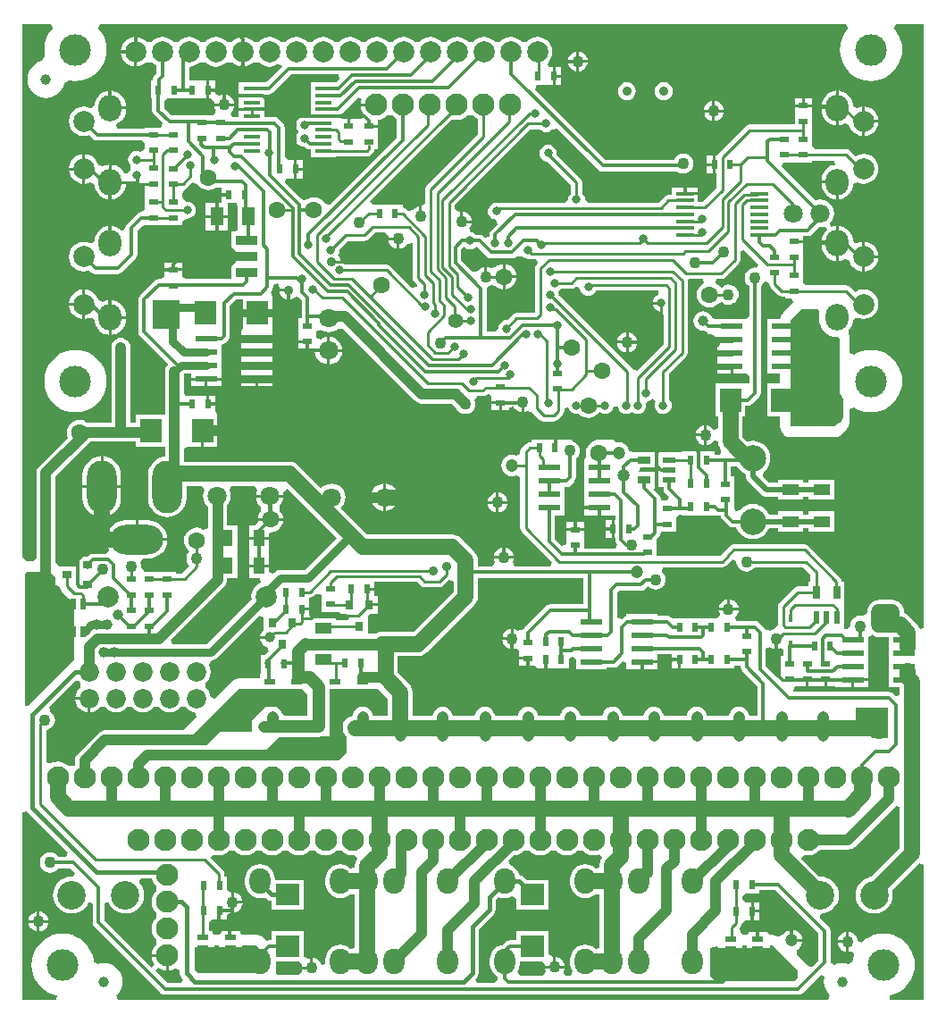
<source format=gbl>
%FSTAX23Y23*%
%MOIN*%
%SFA1B1*%

%IPPOS*%
%ADD10C,0.039400*%
%ADD12R,0.031500X0.035400*%
%ADD13R,0.023600X0.035400*%
%ADD14R,0.035400X0.023600*%
%ADD16R,0.027600X0.047200*%
%ADD17R,0.023600X0.047200*%
%ADD18R,0.082700X0.023600*%
%ADD21R,0.019700X0.039400*%
%ADD27C,0.011800*%
%ADD28C,0.009800*%
%ADD29C,0.059100*%
%ADD30C,0.015700*%
%ADD31C,0.039400*%
%ADD32C,0.043300*%
%ADD33C,0.031500*%
%ADD34C,0.009100*%
%ADD35C,0.063000*%
%ADD36C,0.019700*%
%ADD37R,0.102400X0.106300*%
%ADD39C,0.078700*%
%ADD40C,0.082700*%
%ADD41C,0.070900*%
%ADD42C,0.106300*%
%ADD43O,0.086600X0.098400*%
%ADD44O,0.110200X0.196800*%
%ADD45O,0.196800X0.110200*%
%ADD46O,0.078700X0.094500*%
%ADD47C,0.072800*%
%ADD48C,0.098400*%
%ADD49C,0.035400*%
%ADD50C,0.043300*%
%ADD51C,0.031500*%
%ADD52C,0.047200*%
%ADD53C,0.118100*%
%ADD54C,0.063000*%
%ADD55C,0.055100*%
%ADD56R,0.063000X0.043300*%
%ADD57R,0.039400X0.019700*%
%ADD58R,0.043300X0.063000*%
%ADD59R,0.047200X0.027600*%
%ADD60R,0.047200X0.023600*%
%ADD61R,0.035400X0.031500*%
%ADD62R,0.051200X0.070900*%
%ADD63R,0.078700X0.090600*%
%ADD64R,0.090600X0.078700*%
%ADD65R,0.017700X0.025600*%
%ADD66R,0.065000X0.015700*%
%ADD67R,0.063000X0.016900*%
%ADD68R,0.063000X0.015000*%
%ADD69R,0.078700X0.035400*%
%ADD70R,0.078700X0.037800*%
%ADD71C,0.023600*%
%ADD72C,0.047200*%
%LNrelaytester-1*%
%LPD*%
G36*
X00112Y01608D02*
X00135Y01584D01*
Y01557*
X00136*
X00148Y01555*
X00149Y01547*
X00152Y0154*
X00156Y01534*
X00184Y01507*
X0019Y01502*
X00197Y01499*
X00204Y01498*
Y01388*
X00204Y01385*
X00204Y01383*
Y01342*
Y01279*
X00033Y01108*
X00019*
Y016*
X00028Y01608*
X00112*
G37*
G36*
X01074Y01149D02*
Y01071D01*
X00991*
X00977Y01085*
X00977Y01085*
X00971Y01093*
X00963Y01099*
X00963Y01099*
X0096Y01102*
X00957*
X00954Y01103*
X00944Y01104*
X00935Y01103*
X00932Y01102*
X00917*
X00866Y01051*
Y01011*
X00748*
X00697Y0096*
X00649*
Y01*
X00818Y01169*
X01055*
X01074Y01149*
G37*
G36*
X03185Y01369D02*
X03196Y01365D01*
X03208Y01363*
X03242*
Y01327*
Y01277*
Y01227*
Y01177*
X03285*
Y01148*
X0327Y01142*
X03259Y01153*
X03252Y01158*
X03244Y01159*
X02889*
X02887Y01163*
X02895Y01179*
X02907*
X02935*
Y01206*
X02945*
Y01179*
X02974*
X03002*
Y01206*
X03012*
Y01179*
X03038*
X03053Y01177*
X03105*
Y01204*
X0311*
Y01209*
X03167*
Y01227*
Y01277*
Y01327*
Y01364*
X03183Y01372*
X03185Y01369*
G37*
G36*
X02827Y01321D02*
X02832Y01321D01*
X02836Y01323*
X02849Y01316*
X02851Y01313*
Y01293*
X0284*
Y01238*
Y01234*
Y01219*
X02826Y01213*
X02785Y01253*
Y0132*
X02801Y01327*
X02804Y01325*
X02813Y01321*
X02817Y01321*
Y01358*
X02827*
Y01321*
G37*
G36*
X00911Y01438D02*
Y0139D01*
X00907Y01387*
X00902Y0138*
X00898Y01371*
X00898Y01367*
X00933*
Y01357*
X00898*
X00898Y01353*
X00902Y01344*
X00907Y01336*
X00915Y01331*
X00923Y01327*
X00929Y01311*
X00915Y01297*
X00899*
Y01269*
X00899Y01267*
X00899Y01265*
Y0123*
X00897Y01224*
X00896Y01209*
X00818*
X00808Y01207*
X00799Y01203*
X0079Y01197*
X00728Y01134*
X00728*
X00712Y01141*
X00711Y01148*
X00706Y01161*
X00697Y01172*
X00693Y01175*
X00692Y01176*
Y01193*
X00693Y01194*
X00697Y01197*
X00706Y01208*
X00711Y01221*
X00713Y01235*
X00711Y01248*
X00706Y01259*
X0071Y01268*
X00715Y01275*
X0072Y01276*
X00728Y01279*
X00735Y01284*
X00895Y01445*
X00911Y01438*
G37*
G36*
X03269Y00734D02*
X03285Y00729D01*
Y00576*
X03178Y00469*
X03175Y00469*
X03162Y00465*
X0315Y00459*
X0314Y0045*
X03131Y0044*
X03125Y00428*
X03121Y00415*
X03119Y00401*
X03121Y00388*
X03125Y00375*
X03131Y00363*
X0314Y00352*
X0315Y00344*
X03162Y00337*
X03175Y00333*
X03189Y00332*
X03202Y00333*
X03215Y00337*
X03227Y00344*
X03237Y00352*
X03246Y00363*
X03252Y00375*
X03256Y00388*
X03258Y00401*
X03256Y00415*
X03256Y00417*
X03358Y0052*
X03374Y00513*
Y00011*
X03248*
X03246Y00027*
X0326Y0003*
X03277Y00037*
X03292Y00047*
X03306Y00059*
X03318Y00073*
X03328Y00088*
X03335Y00105*
X03339Y00123*
X0334Y00141*
X03339Y0016*
X03335Y00177*
X03328Y00194*
X03318Y0021*
X03306Y00224*
X03292Y00236*
X03277Y00245*
X0326Y00252*
X03242Y00256*
X03224Y00258*
X03206Y00256*
X03188Y00252*
X03171Y00245*
X03155Y00236*
X03143Y00225*
X03137Y00226*
X03127Y00231*
X03127Y00238*
X03123Y00247*
X03117Y00255*
X03109Y00261*
X031Y00264*
X03095Y00265*
Y00228*
Y00191*
X031Y00191*
X03102Y00193*
X03114Y0018*
X03113Y00177*
X03109Y0016*
X03108Y00154*
X03105Y0015*
X03092Y00144*
X03084Y00146*
X0307Y00148*
X03057Y00146*
X03044Y00142*
X0304Y0014*
X03029Y00147*
X03026Y0015*
Y00267*
X03024Y00276*
X03019Y00283*
X02986Y00316*
X02986Y00322*
X02992Y00332*
X03001Y00333*
X03014Y00337*
X03026Y00344*
X03037Y00352*
X03045Y00363*
X03052Y00375*
X03056Y00388*
X03057Y00401*
X03056Y00415*
X03052Y00428*
X03045Y0044*
X03037Y0045*
X03026Y00459*
X03014Y00465*
X03001Y00469*
X02988Y0047*
X02985Y0047*
X02918Y00537*
X02927Y00551*
X02942Y00549*
X02957Y00551*
X0297Y00556*
X02982Y00566*
X02986Y00571*
X03091*
X031Y00572*
X03108Y00575*
X03116Y00581*
X03269Y00734*
X03269*
G37*
G36*
X01702Y033D02*
X0171Y03297D01*
Y0324*
X0152Y0305*
X01516Y03043*
X01514Y03035*
Y02981*
X01501Y02972*
Y02933*
X01491*
Y0297*
X01486Y02969*
X01477Y02965*
X01469Y02959*
X01468Y02958*
X01449Y02954*
X01444Y02959*
X01437Y02964*
X01429Y02966*
Y02978*
X01374*
X0137*
X01317*
X01308Y02991*
X01613Y03296*
X01616Y03294*
X01631Y03292*
X01646Y03294*
X0166Y033*
X01672Y03309*
X0169*
X01702Y033*
G37*
G36*
X00222Y01199D02*
X00223Y01197D01*
X00227Y01194*
X00228Y01193*
Y01176*
X00227Y01175*
X00223Y01172*
X00215Y01161*
X00209Y01148*
X00208Y0114*
X0026*
Y01135*
X00265*
Y01083*
X00274Y01084*
X00286Y01089*
X00297Y01097*
X00301Y01102*
X00302Y01102*
X00318*
X0032Y01102*
X00323Y01097*
X00334Y01089*
X00347Y01084*
X0036Y01082*
X00374Y01084*
X00386Y01089*
X00397Y01097*
X00401Y01102*
X00402Y01102*
X00418*
X0042Y01102*
X00423Y01097*
X00434Y01089*
X00447Y01084*
X0046Y01082*
X00474Y01084*
X00486Y01089*
X00497Y01097*
X00501Y01102*
X00502Y01102*
X00518*
X0052Y01102*
X00523Y01097*
X00534Y01089*
X00547Y01084*
X0056Y01082*
X00574Y01084*
X00586Y01089*
X00597Y01097*
X00601Y01102*
X00602Y01102*
X00618*
X0062Y01102*
X00623Y01097*
X00634Y01089*
X00647Y01084*
X00654Y01083*
X0066Y01067*
Y01067*
X00621Y01028*
X00615Y01019*
X00613Y01016*
X00318*
X00309Y01014*
X00301Y01011*
X00293Y01005*
X00216Y00928*
X00211Y00921*
X00207Y00912*
X00206Y00903*
Y00886*
X00202Y00883*
X00201Y00882*
X00182*
X0017Y00891*
X00157Y00897*
X00142Y00899*
X00127Y00897*
X00115Y00892*
X00107Y00895*
X00099Y00901*
Y01018*
X00104Y01018*
X00113Y01022*
X00121Y01028*
X00127Y01036*
X0013Y01045*
X00132Y01055*
X0013Y01064*
X00127Y01074*
X00121Y01081*
X00115Y01086*
X00113Y0109*
X00111Y01105*
X00206Y012*
X00222Y01199*
G37*
G36*
X01375Y01132D02*
Y01069D01*
X01316*
X01316Y01076*
X01312Y01085*
X01306Y01093*
X01298Y01099*
X01289Y01103*
X01279Y01104*
X01269Y01103*
X0126Y01099*
X01252Y01093*
X01246Y01085*
X01243Y01076*
X01242Y01073*
X01237Y01068*
X01234Y01067*
X01225Y01064*
X01217Y01058*
X01211Y0105*
X01207Y01041*
X01206Y01031*
X01206Y01027*
X01206Y01023*
X01207Y01011*
X01212Y01*
X01219Y00991*
X0122Y0099*
Y00933*
X01192Y00905*
X00921*
Y00944*
X00968Y00991*
X01118*
X0112Y00992*
X01157*
Y01028*
X01157Y01031*
Y01169*
X01338*
X01375Y01132*
G37*
G36*
X03241Y01097D02*
Y00986D01*
X03183*
X03121Y01048*
Y011*
X03239*
X03241Y01097*
G37*
G36*
X02103Y01486D02*
X0198D01*
X01971Y01485*
X01964Y0148*
X01882Y01397*
X01879Y01392*
X01875Y01391*
X01868Y01389*
X0186Y01388*
X01857Y0139*
X01848Y01394*
X01843Y01395*
Y01358*
Y01321*
X01848Y01321*
X01848Y01321*
X01857Y01319*
X01864Y01311*
Y01301*
Y0129*
X01897*
Y01285*
X01902*
Y01257*
X01925*
X01935Y01246*
X0194*
X01957*
Y01279*
X01967*
Y01246*
X01978*
X0199*
X02005*
X02049*
Y01284*
X02065Y0129*
X02074Y01284*
X02076Y01281*
Y01243*
X0219*
Y01249*
X02216*
X02224Y01251*
X02232Y01255*
X0225Y01273*
X02265Y01267*
Y01243*
X02317*
Y01271*
X02322*
Y01276*
X02379*
Y01299*
X02435*
Y01284*
X02462*
Y01279*
X02467*
Y01246*
X0249*
X02494*
X02549*
X02553*
X02608*
X02612*
X02667*
Y01257*
X0269*
Y01252*
X02692Y01243*
X02697Y01236*
X02753Y01179*
Y01069*
X02722*
X02721Y01076*
X02717Y01085*
X02711Y01093*
X02703Y01099*
X02694Y01103*
X02685Y01104*
X02675Y01103*
X02666Y01099*
X02658Y01093*
X02652Y01085*
X02648Y01076*
X02647Y01069*
X02565*
X02564Y01076*
X0256Y01085*
X02554Y01093*
X02546Y01099*
X02537Y01103*
X02527Y01104*
X02517Y01103*
X02508Y01099*
X025Y01093*
X02494Y01085*
X02491Y01076*
X0249Y01069*
X02403*
X02402Y01076*
X02398Y01085*
X02392Y01093*
X02385Y01099*
X02375Y01103*
X02366Y01104*
X02356Y01103*
X02347Y01099*
X02339Y01093*
X02333Y01085*
X02329Y01076*
X02328Y01069*
X0225*
X02249Y01076*
X02245Y01085*
X02239Y01093*
X02231Y01099*
X02222Y01103*
X02212Y01104*
X02202Y01103*
X02193Y01099*
X02185Y01093*
X02179Y01085*
X02176Y01076*
X02175Y01069*
X02092*
X02091Y01076*
X02087Y01085*
X02081Y01093*
X02074Y01099*
X02064Y01103*
X02055Y01104*
X02045Y01103*
X02036Y01099*
X02028Y01093*
X02022Y01085*
X02018Y01076*
X02017Y01069*
X01935*
X01934Y01076*
X0193Y01085*
X01924Y01093*
X01916Y01099*
X01907Y01103*
X01897Y01104*
X01887Y01103*
X01878Y01099*
X01871Y01093*
X01865Y01085*
X01861Y01076*
X0186Y01069*
X01773*
X01772Y01076*
X01768Y01085*
X01762Y01093*
X01755Y01099*
X01746Y01103*
X01736Y01104*
X01726Y01103*
X01717Y01099*
X01709Y01093*
X01703Y01085*
X01699Y01076*
X01698Y01069*
X01616*
X01615Y01076*
X01611Y01085*
X01605Y01093*
X01597Y01099*
X01588Y01103*
X01578Y01104*
X01569Y01103*
X01559Y01099*
X01552Y01093*
X01546Y01085*
X01542Y01076*
X01541Y01069*
X01466*
Y01157*
X01465Y01169*
X0146Y0118*
X01453Y01189*
X01411Y01231*
Y01292*
X01488*
X015Y01294*
X01511Y01299*
X0152Y01306*
X01697Y01483*
X01704Y01492*
X01709Y01503*
X01711Y01515*
Y01584*
X02103*
Y01486*
G37*
G36*
X0137Y02866D02*
X01376Y02856D01*
X01376Y02855*
X01413*
Y0285*
X01418*
Y02813*
X01423Y02814*
X01432Y02817*
X0144Y02823*
X01446Y02831*
X01464Y02835*
X01467Y02833*
Y02704*
X01468Y02696*
X01473Y02689*
X01483Y02679*
X01483Y02673*
X01482Y02671*
X01463Y02668*
X01385Y02747*
X01378Y02751*
X0137Y02753*
X01216*
X01215Y02754*
X01208Y02759*
X01201Y02763*
X01199Y02763*
X01199Y02763*
X01198Y02772*
X01194Y0278*
X01189Y02787*
X01187Y02789*
X01188Y02791*
X01192Y02798*
X01193Y02807*
X01193Y02808*
X01225Y02841*
X01287*
X01295Y02842*
X01302Y02847*
X01327Y02872*
X01365*
X0137Y02866*
G37*
G36*
X0088Y01923D02*
X00886Y01911D01*
X00883Y01903*
X00882Y01894*
X00933*
X00984*
X00982Y01903*
X00994Y01915*
X00999Y01916*
X01183Y01732*
X01065Y01614*
X00972*
X00964Y01613*
X00956Y0161*
X0095Y01605*
X00945Y016*
X00931Y01606*
Y01624*
X00893*
X00856*
Y01582*
X00897*
X009Y01566*
X00893Y01563*
X00881Y01555*
X00873Y01543*
X00867Y0153*
X00865Y01515*
X00866Y01506*
X00699Y01338*
X00571*
X00565Y01353*
X00765Y01553*
X00771Y0156*
X00774Y01569*
X00775Y01578*
Y01582*
X00813*
Y01677*
Y01685*
Y01779*
X00775*
Y01857*
X0078Y01864*
X00786Y01876*
X00787Y01889*
X00786Y01903*
X00782Y01911*
X00788Y01923*
X00792Y01926*
X00877*
X0088Y01923*
G37*
G36*
X00435Y02072D02*
X00543D01*
Y02038*
X00537Y02038*
X00523Y02034*
X00511Y02027*
X005Y02018*
X00492Y02008*
X00485Y01995*
X00481Y01982*
X0048Y01968*
Y01881*
X00481Y01868*
X00485Y01854*
X00492Y01842*
X005Y01831*
X00511Y01822*
X00523Y01816*
X00537Y01812*
X00551Y0181*
X00565Y01812*
X00578Y01816*
X0059Y01822*
X00601Y01831*
X0061Y01842*
X00617Y01854*
X00621Y01868*
X00622Y01881*
Y01926*
X0068*
X00683Y01923*
X00689Y01911*
X00686Y01903*
X00684Y01889*
X00686Y01876*
X00691Y01864*
X00699Y01853*
X00704Y01849*
Y0177*
X00688Y01763*
X00685Y01765*
X00673Y0177*
X00661Y01772*
X00649Y0177*
X00637Y01765*
X00627Y01758*
X0062Y01748*
X00615Y01736*
X00613Y01724*
X00615Y01712*
X0062Y017*
X00627Y0169*
X00634Y01685*
Y01684*
X00628Y01676*
X00625Y01667*
X00623Y01657*
X00625Y01647*
X00628Y01638*
X00634Y0163*
X00634Y01629*
X00607Y01601*
X00584*
Y01608*
X00533*
X00517*
X00467*
X00464Y01609*
X00454Y01624*
X00455Y01626*
X00453Y01635*
X00451Y01641*
X00456Y01652*
X0046Y01657*
X0048*
X00494Y01658*
X00507Y01662*
X00519Y01669*
X0053Y01678*
X00539Y01688*
X00546Y01701*
X0055Y01714*
X00551Y01723*
X00437*
X00323*
X00323Y01714*
X00327Y01701*
X00333Y01691*
X00332Y01687*
X00331Y01684*
X00324Y01675*
X00275*
X00267Y01673*
X0026Y01669*
X00256Y01665*
X00222*
Y01637*
X0021Y01628*
X00148*
X0014Y01636*
X00134Y01641*
Y01961*
X00265Y02093*
X00435*
Y02072*
G37*
G36*
X02985Y02578D02*
X02985Y02574D01*
X02984Y02562*
Y0255*
X02985Y02537*
X02989Y02525*
X02995Y02513*
X03004Y02503*
X03014Y02494*
X03025Y02488*
X03038Y02484*
X03051Y02483*
X03059Y02476*
Y02169*
X03039Y02149*
X02878*
Y02547*
X02917Y02586*
X02979*
X02985Y02578*
G37*
G36*
X02079Y0267D02*
X0209Y02664D01*
X02091Y02661*
X02094Y02653*
X02099Y02646*
X02106Y02641*
X02113Y02638*
X02122Y02637*
X0213Y02638*
X02137Y02641*
X02144Y02646*
X02149Y02653*
X0215Y02656*
X02382*
X02385Y0264*
X02377Y02637*
X02371Y02632*
X02366Y02626*
X02363Y02618*
X02362Y02615*
X02393*
Y02605*
X02362*
X02363Y02602*
X02366Y02594*
X02371Y02587*
X02377Y02582*
X02385Y02579*
X02393Y02578*
X02404Y02564*
Y02457*
X02304Y02357*
X02287Y02362*
X02287Y02362*
X02282Y02369*
X02011Y0264*
X02012Y02641*
X02011Y0265*
X0201Y02652*
X02021Y02664*
X02059*
X02067Y02665*
X02074Y0267*
X02074Y02671*
X02079Y0267*
G37*
G36*
X01716Y02811D02*
X01744Y02783D01*
X01751Y02778*
X01759Y02777*
X01838*
X01847Y02778*
X01854Y02783*
X01856Y02785*
X01875Y02784*
X01881Y02779*
X01889Y02776*
X01897Y02775*
X01901Y02775*
X01909Y02774*
X01928*
X01934Y02759*
X0193Y02755*
X01925Y02748*
X01923Y0274*
Y02575*
X01921Y02573*
X01855*
X01847Y02571*
X0184Y02567*
X0182Y02547*
X01818Y02547*
X0181Y02546*
X01803Y02543*
X01796Y02538*
X01791Y02531*
X01788Y02524*
X01787Y02515*
X01774Y02502*
X01742*
Y02665*
X01747Y02671*
X01749Y02672*
X01759Y02676*
X01773Y02675*
X01783Y02667*
X01794Y02662*
X01802Y02661*
Y02708*
Y02755*
X01794Y02754*
X01783Y02749*
X01773Y02742*
X01759Y02741*
X01749Y02745*
X01745Y02745*
Y02708*
X01735*
Y02745*
X0173Y02745*
X01721Y02741*
X01713Y02735*
X01709Y0273*
X017Y02727*
X0169Y02726*
X01648Y02769*
Y02809*
X0166Y02819*
X01665Y02815*
X01672Y02811*
X01681Y0281*
X01689Y02811*
X01697Y02815*
X01703Y0282*
X01716Y02811*
G37*
G36*
X01124Y01522D02*
X01128Y01517D01*
Y01513*
Y01458*
X01194*
X01198Y0145*
X01221*
X01231Y01437*
X01228Y01426*
X01181*
Y01435*
X01096*
X01086*
X0108Y01448*
Y01463*
X01053*
Y01473*
X0108*
Y01498*
Y0151*
X01082*
X0109Y01512*
X01097Y01516*
X01105Y01524*
X01124Y01522*
G37*
G36*
X02675Y01646D02*
X02674Y01645D01*
X02676Y01635*
X02679Y01626*
X02685Y01619*
X02693Y01613*
X02702Y01609*
X02712Y01607*
X02722Y01609*
X02731Y01613*
X02739Y01619*
X02743Y01624*
X02924*
X02951Y01597*
Y0157*
X02944*
Y01552*
X02905*
X02897Y01551*
X0289Y01546*
X02835Y01491*
X0283Y01484*
X02829Y01476*
Y01411*
X02828Y01408*
X02817Y01395*
X02817Y01395*
X02813Y01394*
X02804Y0139*
X028Y01388*
X02792Y01389*
X02785Y01391*
X02782Y01392*
X02779Y01397*
X02759Y01417*
X02752Y01422*
X02744Y01423*
X02674*
X02669Y01438*
X02676Y01447*
X02678Y01449*
X02682Y01458*
X02682Y01463*
X02608*
X02609Y01458*
X02613Y01449*
X02612Y01447*
X02604Y01435*
X02553*
X02549*
X02494*
X0249*
X0245*
X02447Y01435*
X02434Y01435*
X02432Y01437*
X02425Y01441*
X02422Y01442*
X0242Y01442*
X02417Y01443*
X02379*
Y01449*
X02265*
Y01443*
X02259Y01441*
X02252Y01437*
X02246Y01431*
X0223Y01437*
Y0153*
X02237Y01537*
X02318*
X02327Y01538*
X02334Y01543*
X02343Y01552*
X02347Y01552*
X02355Y01546*
X02364Y01542*
X02374Y01541*
X02383Y01542*
X02392Y01546*
X024Y01552*
X02406Y01559*
X0241Y01569*
X02411Y01578*
X0241Y01588*
X02406Y01597*
X024Y01605*
X02396Y01608*
X02399Y01623*
X024Y01624*
X02622*
X0263Y01626*
X02636Y0163*
X0266Y01653*
X02675Y01646*
G37*
G36*
X01619Y01571D02*
Y01534D01*
X01469Y01384*
X01354*
X01342Y01382*
X01331Y01378*
X01329Y01376*
X01299*
Y01439*
X01308Y0145*
X01336*
Y01479*
X01305*
Y01489*
X01336*
Y01517*
X01324*
Y01538*
X01297*
Y01548*
X01324*
Y01569*
X01483*
X01496Y01556*
X01503Y01551*
X01511Y01549*
X01566*
X01575Y01551*
X01581Y01556*
X01603Y01578*
X01619Y01571*
G37*
G36*
X02757Y02755D02*
X02757Y02755D01*
X02749Y02741*
X02744Y02742*
X02734Y02741*
X02725Y02737*
X02717Y02731*
X02711Y02723*
X02707Y02714*
X02706Y02704*
X02707Y02695*
X02711Y02685*
X02717Y02678*
X02722Y02674*
Y02564*
X02714Y02551*
X02706*
X026*
X02585Y02552*
X02582Y02561*
X02576Y02568*
X02569Y02574*
X0256Y02577*
X02551Y02579*
X02541Y02577*
X02533Y02574*
X02525Y02568*
X0252Y02561*
X02516Y02552*
X02515Y02543*
X02516Y02534*
X0252Y02525*
X02525Y02518*
X02533Y02512*
X02541Y02508*
X02551Y02507*
X02555Y02508*
X02562Y02503*
X02564Y02503*
X02567Y02498*
X0257Y02488*
X0257Y02486*
X02567Y02482*
X02563Y02473*
X02563Y02469*
X02598*
Y02459*
X02563*
X02563Y02455*
X02567Y02446*
X02573Y02439*
X0258Y02433*
X02589Y0243*
X02598Y02428*
X02657*
Y02418*
X026*
Y02396*
Y02378*
X02657*
Y02373*
X02662*
Y02346*
X02706*
X02714*
X02722Y02333*
Y02311*
X02707Y02309*
X02596*
Y02187*
X02606*
Y02142*
X02595Y02138*
X0259Y02138*
X02585Y02144*
X02577Y0215*
X02568Y02154*
X02564Y02155*
Y02118*
Y02081*
X02568Y02081*
X02577Y02085*
X02585Y02091*
X0259Y02097*
X02595Y02097*
X02606Y02093*
Y02092*
X02607Y0208*
X02612Y02069*
X02618Y02061*
X02616Y02051*
X02613Y02045*
X02592*
Y02057*
X02549*
X02537*
X02521*
X02478*
X02478*
X02464Y02053*
X02385*
Y01998*
Y01993*
X02425*
Y01983*
X02385*
Y0196*
Y01923*
X02403*
Y01917*
X02404Y01908*
X02409Y01901*
X02424Y01886*
X02418Y01872*
X02392*
Y01881*
X0239Y0189*
X02385Y01897*
X02367Y01915*
X0237Y01921*
Y0198*
X02309*
X02318Y01996*
X0237*
Y02055*
X02291*
X02276Y02057*
X02274Y02061*
X0227Y02071*
X02264Y02079*
X02256Y02085*
X02246Y02089*
X02236Y0209*
X02226Y02089*
X02224Y02091*
X02217Y021*
X02216Y02102*
X02219Y02109*
X0222Y02113*
X02157*
X02149Y02098*
X02149Y02097*
X02137Y02092*
X02127Y02084*
X0212Y02075*
X02115Y02063*
X02113Y02051*
X02115Y02039*
Y02038*
X02108Y02023*
Y01968*
Y01918*
Y01868*
Y01851*
X02165*
Y01846*
X0217*
Y01818*
X02222*
Y01801*
X02219*
Y01767*
Y01734*
X02222*
Y01728*
X02223Y01719*
X02228Y01712*
X02231Y01709*
X02225Y01695*
X02108*
Y01734*
Y0175*
Y0176*
X02074*
X02041*
Y0175*
Y01738*
Y01722*
Y01709*
X02025Y01702*
X01998Y01729*
Y01818*
X02033*
Y01868*
Y01924*
X0204*
X02049Y01925*
X02056Y0193*
X0207Y01945*
X02075Y01952*
X02077Y0196*
Y02028*
X02081Y02032*
X02087Y0204*
X02091Y02049*
X02092Y02059*
X02091Y02068*
X02087Y02077*
X02081Y02085*
X02074Y02091*
X02064Y02095*
X02055Y02107*
X02054Y02111*
Y02112*
X02054Y02113*
X02023*
Y02118*
X02018*
Y02149*
X02015Y02148*
X02007Y02145*
X02001Y0214*
X01996Y02134*
X01992Y02126*
X01991Y02118*
X01984Y02109*
X0197Y02104*
X01966*
X01954*
X01911*
Y02091*
X01905*
X01897Y0209*
X0189Y02085*
X01874Y0207*
X0187Y02063*
X01868Y02055*
Y0205*
X01866Y02047*
X01852Y0204*
X01848Y02042*
X01838Y02043*
X01828Y02042*
X01818Y02038*
X0181Y02032*
X01804Y02023*
X018Y02014*
X01798Y02003*
X018Y01993*
X01804Y01984*
X0181Y01975*
X01818Y01969*
X01828Y01965*
X01838Y01964*
X01848Y01965*
X01852Y01967*
X01866Y0196*
X01868Y01957*
Y01771*
X0187Y01763*
X01874Y01756*
X01987Y01644*
X01981Y01628*
X01848*
X01842Y01638*
X0184Y01644*
X01843Y01651*
X01844Y01656*
X0177*
X0177Y01651*
X01773Y01644*
X01771Y01638*
X01765Y01628*
X01711*
Y01649*
X01709Y01661*
X01704Y01672*
X01697Y01681*
X01646Y01733*
X01637Y0174*
X01626Y01744*
X01614Y01746*
X01298*
X0127Y01774*
X01201Y01843*
X01201Y01849*
X0121Y0186*
X01215Y01872*
X01217Y01885*
X01215Y01899*
X0121Y01911*
X01201Y01922*
X01191Y0193*
X01178Y01935*
X01165Y01937*
X01152Y01935*
X01139Y0193*
X01128Y01922*
X01123Y01921*
X0104Y02004*
X0103Y02012*
X01019Y02016*
X01007Y02018*
X00614*
Y02066*
X00627Y02072*
X0063*
X00677*
Y02133*
X00682*
Y02138*
X00737*
Y02186*
Y02194*
X0073Y02207*
Y0221*
Y02227*
X00702*
Y02232*
X00697*
Y02265*
X00687*
X00675*
X00659*
X00616*
X00614Y0228*
Y02345*
X00615Y02346*
X00639*
Y02331*
X00696*
X00753*
Y02349*
Y02399*
Y02454*
X0076Y02456*
X00767Y02461*
X00779Y02472*
X00784Y02479*
X00785Y02488*
Y02601*
X00808Y02623*
X00832*
Y02579*
X00887*
X00942*
Y02635*
X00936Y02649*
X0094Y02653*
X00945Y0266*
X00947Y02669*
Y02678*
X00962Y02682*
X00971Y02666*
X00971Y02666*
X0097Y02662*
X01003*
Y02657*
X01008*
Y02624*
X01012Y02624*
X0102Y02628*
X01023Y0263*
X01032Y02632*
X01044Y02629*
X01052Y0262*
Y02553*
X01041*
Y02509*
Y02498*
Y02482*
Y02471*
X01074*
Y02466*
X01079*
Y02439*
X01095*
X01101Y02432*
X01103Y02418*
X01108Y02406*
X01117Y02395*
X01127Y02387*
X0114Y02382*
X01148Y02381*
Y02432*
Y02483*
X0114Y02482*
X01127Y02476*
X01124Y02473*
X01108Y02481*
Y02502*
X01124Y0251*
X01127Y02507*
X0114Y02502*
X01153Y025*
X01166Y02502*
X01179Y02507*
X0119Y02515*
X01208Y02513*
X01474Y02246*
X01482Y0224*
X0149Y02237*
X015Y02235*
X01611*
X0163Y02217*
X0163Y02215*
X01636Y02207*
X01644Y02201*
X01653Y02197*
X01663Y02196*
X01673Y02197*
X01682Y02201*
X0169Y02207*
X01696Y02215*
X01699Y02224*
X01701Y02234*
X01699Y02244*
X01698Y02246*
X01706Y0226*
X01708Y02262*
X01728*
X01736Y02264*
X01743Y02268*
X01746Y02271*
X01755Y0227*
X01761Y02265*
Y02253*
Y02243*
X01795*
Y02238*
X018*
Y0221*
X01828*
Y0222*
X01844Y02223*
X01845Y02221*
X01851Y02213*
X01859Y02207*
X01868Y02203*
X01873Y02203*
Y0224*
X01883*
Y02203*
X01887Y02203*
X01894Y02206*
X01898Y02206*
X01914Y02201*
X01941Y02174*
X01948Y02169*
X01956Y02167*
X01992*
X02Y02169*
X02007Y02174*
X02026Y02193*
X02031Y022*
X02032Y02208*
Y02217*
X02048Y0222*
X02051Y02212*
X02056Y02205*
X02062Y022*
X0207Y02197*
X02078Y02196*
X02086Y02197*
X02088Y02194*
X02098Y02187*
X02109Y02182*
X02122Y0218*
X02134Y02182*
X02145Y02187*
X02153Y02193*
X02155Y02194*
X02166Y02203*
X02169Y022*
X02176Y02197*
X0218Y02197*
X02185Y02196*
X02193Y02197*
X022Y022*
X02207Y02205*
X02212Y02212*
X02215Y0222*
X02216Y02225*
X02232*
X02233Y0222*
X02236Y02212*
X02241Y02205*
X02247Y022*
X02255Y02197*
X02263Y02196*
X02272Y02197*
X02279Y022*
X02285Y02205*
X02291Y022*
X02298Y02197*
X02307Y02196*
X02315Y02197*
X02323Y022*
X02329Y02205*
X02334Y02212*
X02337Y0222*
X02338Y02228*
X02338Y02228*
X02338Y02237*
X02346Y02244*
X02354Y02248*
X02361Y02253*
X02361Y02253*
X02374Y02244*
X0237Y02236*
X02369Y02228*
X0237Y0222*
X02374Y02212*
X02379Y02205*
X02385Y022*
X02393Y02197*
X02401Y02196*
X02409Y02197*
X02417Y022*
X02424Y02205*
X02429Y02212*
X02432Y0222*
X02433Y02228*
X02432Y02236*
X02429Y02244*
X02424Y0225*
X02422Y02251*
Y02345*
X02487Y0241*
X02491Y02417*
X02493Y02425*
Y02692*
X02498Y02699*
X02549*
X02552Y02683*
X02551Y02683*
X02541Y02675*
X02533Y02665*
X02528Y02654*
X02527Y02641*
X02528Y02629*
X02533Y02617*
X02541Y02608*
X02551Y026*
X02562Y02595*
X02574Y02594*
X02587Y02595*
X02598Y026*
X02606Y02606*
X02619Y02615*
X02626Y02609*
X02635Y02605*
X02645Y02604*
X02655Y02605*
X02664Y02609*
X02672Y02615*
X02678Y02622*
X02682Y02632*
X02683Y02641*
X02682Y02651*
X02678Y0266*
X02672Y02668*
X02664Y02674*
X02655Y02678*
X02645Y02679*
X02635Y02678*
X02626Y02674*
X02619Y02668*
X02606Y02677*
X02598Y02683*
X02597Y02683*
X026Y02699*
X02618*
X02626Y02701*
X02633Y02705*
X02684Y02756*
X02688Y02763*
X0269Y02771*
Y02802*
X02704Y02808*
X02757Y02755*
G37*
G36*
X02113Y00556D02*
X02127Y00551D01*
X02142Y00549*
X02157Y00551*
X02165Y00554*
X02175Y00541*
X02171Y00537*
X02167Y00526*
X02165Y00514*
Y00503*
X02149Y00501*
X02138Y00509*
X02125Y00515*
X02111Y00516*
X02096Y00515*
X02083Y00509*
X02071Y005*
X02063Y00489*
X02057Y00475*
X02055Y00461*
Y00445*
X02057Y00431*
X02063Y00417*
X02071Y00406*
X02083Y00397*
X02096Y00391*
X02111Y0039*
X02125Y00391*
X02138Y00397*
X02149Y00405*
X02165Y00403*
Y00203*
X02149Y00201*
X02138Y00209*
X02125Y00215*
X02111Y00216*
X02096Y00215*
X02083Y00209*
X02071Y002*
X02063Y00189*
X02057Y00175*
X02055Y00161*
Y00145*
X02057Y00131*
X02063Y00117*
X02063Y00116*
X02056Y001*
X02037*
X02031Y0011*
X02029Y00116*
X02032Y00124*
X02033Y00128*
X01959*
X01959Y00124*
X01962Y00116*
X0196Y0011*
X01954Y001*
X01866*
X01858Y00116*
X01859Y00117*
X01864Y00131*
X01866Y00145*
Y00155*
X01947*
X01953Y0015*
X01959Y0014*
X01959Y00138*
X01991*
Y0017*
X0199Y0017*
X01979Y00177*
X01974Y00182*
Y00266*
X01852*
Y00233*
X01829*
X0182Y00231*
X01813Y00226*
X01802Y00215*
X01796Y00215*
X01783Y00209*
X01771Y002*
X01763Y00189*
X01757Y00175*
X01755Y00161*
Y00145*
X01757Y00131*
X01763Y00117*
X01771Y00106*
X01783Y00097*
X01783Y00086*
X0177Y00073*
X01706*
X017Y00087*
X01706Y00093*
X01711Y00101*
X01713Y0011*
Y00273*
X01769Y00329*
X01774Y00337*
X01776Y00346*
Y00384*
X01787Y00395*
X01796Y00391*
X01811Y0039*
X01825Y00391*
X01836Y00396*
X01844Y00393*
X01852Y00387*
Y00348*
X01974*
Y00458*
X01892*
X0188Y0047*
X01872Y00475*
X01864Y00477*
X01859Y00489*
X0185Y005*
X01838Y00509*
X0183Y00513*
X01824Y00529*
X01844Y00549*
X01857Y00551*
X0187Y00556*
X01882Y00566*
X01901*
X01913Y00556*
X01927Y00551*
X01942Y00549*
X01957Y00551*
X0197Y00556*
X01982Y00566*
X02001*
X02013Y00556*
X02027Y00551*
X02042Y00549*
X02057Y00551*
X0207Y00556*
X02082Y00566*
X02101*
X02113Y00556*
G37*
G36*
X03374Y01396D02*
X03359Y01393D01*
X03354Y01404*
X03347Y01414*
X03319Y01441*
X0331Y01449*
X03301Y01452*
Y01456*
X033Y01468*
X03295Y01479*
X03288Y01489*
X03278Y01496*
X03267Y015*
X03255Y01502*
X03208*
X03196Y015*
X03185Y01496*
X03176Y01489*
X03169Y01479*
X03164Y01468*
X03163Y01456*
Y01452*
X03147Y01442*
X03147*
X03137Y01443*
X03128Y01442*
X03118Y01438*
X03111Y01432*
X03105Y01424*
X03101Y01415*
X031Y01405*
X03087Y01392*
X03079Y01393*
X03076Y01397*
Y01476*
X03078Y01491*
X03078Y01492*
X03078*
Y0157*
X03068*
X03066Y01578*
X03062Y01585*
X02944Y01703*
X02937Y01708*
X02929Y0171*
X02665*
X02657Y01708*
X0265Y01703*
X02613Y01666*
X02376*
Y01706*
Y0171*
Y01726*
X02385Y01736*
X0239Y01743*
X02392Y01752*
Y01757*
X0245*
Y0181*
X02463Y01819*
X02478Y01816*
X02521*
X02533*
X02549*
X02592*
X02606Y01816*
X02616*
X02617Y0181*
X02622Y01803*
X02645Y01779*
X02653Y01774*
X02661Y01773*
X02675*
X02675Y0177*
X02681Y01759*
X0269Y01749*
X027Y01741*
X02711Y01735*
X02723Y01731*
X02736Y0173*
X02749Y01731*
X02761Y01735*
X02772Y01741*
X02782Y01749*
X0279Y01759*
X02796Y01769*
X0283*
Y01757*
X02925*
Y01769*
X02944*
Y01757*
X03039*
Y01832*
X02944*
Y01821*
X02925*
Y01832*
X0283*
Y01821*
X02796*
X0279Y01831*
X02782Y01841*
X02772Y01849*
X02761Y01855*
X02749Y01859*
X02736Y0186*
X02723Y01859*
X02711Y01855*
X027Y01849*
X0269Y01841*
X02687Y01837*
X02669Y01835*
X02667Y01848*
Y01891*
Y01903*
Y01919*
Y01962*
X02655*
Y02001*
X02676*
X02677Y02*
X02684Y01991*
X02686Y01989*
X0269Y01985*
X027Y01977*
X0271Y01971*
Y01964*
X02711Y01957*
X02713Y01951*
X02718Y01946*
X02769Y01895*
X02774Y01891*
X0278Y01888*
X02787Y01887*
X0283*
Y01876*
X02925*
Y01887*
X02944*
Y01876*
X03039*
Y0195*
X02944*
Y01939*
X02925*
Y0195*
X0283*
Y01939*
X02798*
X02774Y01962*
X02777Y01981*
X02782Y01985*
X0279Y01995*
X02796Y02006*
X028Y02018*
X02801Y02031*
X028Y02044*
X02796Y02056*
X0279Y02067*
X02782Y02077*
X02772Y02085*
X02761Y02091*
X02749Y02095*
X02736Y02096*
X02723Y02095*
X02715Y02093*
X02697Y02111*
Y02187*
X02707*
Y02226*
X02716*
X02725Y02227*
X02732Y02232*
X02759Y0226*
X02764Y02267*
X02766Y02275*
Y02674*
X0277Y02678*
X02774Y02683*
X02778Y02686*
X02782Y0269*
X02797Y02682*
Y02681*
X02799Y02673*
X02804Y02666*
X02829Y02641*
X02836Y02636*
X02844Y02634*
X02856*
Y02628*
X02881*
X02885Y0262*
X02887Y02612*
X02849Y02575*
X02843Y02567*
X02839Y02557*
X02838Y02551*
X02789*
Y02496*
Y02446*
Y02396*
Y02346*
X02838*
Y02309*
X02789*
Y02187*
X02838*
Y02149*
X02839Y02139*
X02843Y02129*
X02849Y02121*
X02858Y02115*
X02867Y02111*
X02878Y02109*
X03039*
X03049Y02111*
X03059Y02115*
X03067Y02121*
X03087Y02141*
X03093Y02149*
X03097Y02159*
X03098Y02169*
Y02213*
X03114Y02221*
X03124Y02215*
X03141Y02208*
X03158Y02203*
X03177Y02202*
X03195Y02203*
X03213Y02208*
X0323Y02215*
X03245Y02224*
X03259Y02236*
X03271Y0225*
X03281Y02266*
X03288Y02282*
X03292Y023*
X03293Y02318*
X03292Y02337*
X03288Y02354*
X03281Y02371*
X03271Y02387*
X03259Y02401*
X03245Y02413*
X0323Y02422*
X03213Y02429*
X03195Y02434*
X03177Y02435*
X03158Y02434*
X03141Y02429*
X03124Y02422*
X03114Y02416*
X03098Y02424*
Y02476*
X03098Y02477*
X03098Y02478*
X03098Y02482*
X03097Y02487*
X03097Y02487*
X03096Y02488*
X03095Y02492*
X03093Y02496*
X03092Y02497*
X03092Y02498*
X03093Y02508*
X031Y02517*
X03106Y02528*
X03109Y02539*
X0311Y02546*
X03115Y02551*
X03118Y02553*
X03126Y02555*
X03135Y02552*
X0315Y0255*
X03164Y02552*
X03177Y02557*
X03189Y02566*
X03198Y02578*
X03203Y02591*
X03205Y02605*
X03203Y0262*
X03198Y02633*
X03189Y02645*
X03177Y02654*
X03164Y02659*
X0315Y02661*
X03135Y02659*
X03122Y02654*
X03118Y02651*
X03099Y0267*
X03092Y02675*
X03084Y02677*
X02934*
X02923Y02687*
Y02742*
Y02753*
Y02808*
Y02812*
Y02835*
X0289*
Y02845*
X02923*
Y02859*
X0294*
X02949Y02861*
X02956Y02866*
X02984Y02893*
X02988Y02893*
X03001Y02895*
X03004Y02896*
X03012Y02882*
X03009Y0288*
X03002Y02871*
X02996Y0286*
X02993Y02849*
X02992Y02838*
Y02837*
X03046*
Y02897*
X0304Y02896*
X03028Y02892*
X03022Y02907*
X03024Y02908*
X03032Y02919*
X03038Y02931*
X03039Y02944*
X03038Y02958*
X03032Y0297*
X03024Y02981*
X03014Y02989*
X03001Y02994*
X02988Y02996*
X02974Y02994*
X02971Y02993*
X02843Y0312*
X02849Y03135*
X02888*
X02892*
X02958*
Y03141*
X03041*
X03042Y03125*
X0304Y03125*
X03028Y03122*
X03018Y03116*
X03009Y03109*
X03002Y031*
X02996Y0309*
X02993Y03079*
X02992Y03067*
Y03066*
X03051*
Y03061*
X03056*
Y02996*
X03063Y02997*
X03074Y03*
X03084Y03006*
X03093Y03013*
X031Y03022*
X03106Y03033*
X03109Y03044*
X0311Y03051*
X03115Y03056*
X03118Y03058*
X03126Y0306*
X03135Y03057*
X0315Y03055*
X03164Y03057*
X03177Y03062*
X03189Y03071*
X03198Y03083*
X03203Y03096*
X03205Y0311*
X03203Y03125*
X03198Y03138*
X03189Y0315*
X03177Y03159*
X03164Y03164*
X0315Y03166*
X03135Y03164*
X03122Y03159*
X0312Y03157*
X031Y03177*
X03093Y03182*
X03085Y03183*
X0297*
X02958Y03194*
Y03249*
Y0326*
Y03303*
Y03315*
Y03331*
Y03341*
X02925*
X02892*
Y03331*
Y03319*
Y03303*
Y03277*
X02724*
X02716Y03275*
X02709Y0327*
X02607Y03168*
X02602Y03161*
X02602Y03159*
X02597*
Y03126*
Y03092*
X02601*
Y0304*
X02548Y02987*
X02531*
Y03015*
X02483*
Y03017*
X02478*
Y03041*
X02435*
Y03013*
X02421*
X02413Y03011*
X02406Y03007*
X02385Y02985*
X02125*
X0211Y02996*
X02109Y03004*
X02106Y03011*
X02101Y03018*
X02099Y03019*
Y03059*
X02098Y03067*
X02093Y03074*
X02003Y03164*
X02004Y03169*
X02003Y03177*
X02Y03185*
X01994Y03191*
X01988Y03196*
X0198Y032*
X01972Y03201*
X01964Y032*
X01956Y03196*
X0195Y03191*
X01944Y03185*
X01941Y03177*
X0194Y03169*
X01941Y03161*
X01944Y03153*
X0195Y03146*
X01956Y03141*
X01964Y03138*
X0197Y03137*
X02057Y0305*
Y03019*
X02056Y03018*
X02051Y03011*
X02048Y03004*
X02047Y02996*
X02032Y02985*
X01787*
X0178Y02984*
X01779Y02984*
X01771Y02983*
X01763Y0298*
X01757Y02975*
X01752Y02968*
X01748Y02961*
X01747Y02952*
X01748Y02944*
X01752Y02936*
X01757Y0293*
X01763Y02925*
X01771Y02922*
X01777Y02921*
X01781Y02914*
X01783Y02905*
X0176Y02881*
X01755Y02874*
X01753Y02866*
Y02859*
X01751Y02857*
X01734Y02855*
X01732Y02858*
X01725Y02862*
X01716Y02864*
X01703*
X01703Y02865*
X01697Y0287*
X01689Y02873*
X01685Y02873*
X01681Y02879*
X01679Y02883*
X01678Y02889*
X01682Y02894*
X01686Y02903*
X01686Y02908*
X01649*
Y02913*
X01644*
Y0295*
X01639Y02949*
X01639Y02949*
X01623Y02959*
Y02975*
X01648Y03*
X01906Y03258*
X01941*
X01942Y03257*
X01948Y03252*
X01956Y03248*
X01964Y03247*
X01972Y03248*
X0198Y03252*
X01987Y03257*
X01987Y03258*
X02004Y03261*
X02007Y0326*
X02161Y03106*
X02168Y03101*
X02177Y031*
X02454*
X02457Y03097*
X02466Y03093*
X02476Y03092*
X02486Y03093*
X02495Y03097*
X02503Y03103*
X02509Y03111*
X02512Y0312*
X02514Y03129*
X02512Y03139*
X02509Y03148*
X02503Y03156*
X02495Y03162*
X02486Y03166*
X02476Y03167*
X02466Y03166*
X02457Y03162*
X02449Y03156*
X02443Y03148*
X02441Y03144*
X02186*
X01923Y03407*
X01929Y03423*
X01962*
X01978*
X01989*
Y03456*
Y0349*
X01975*
X01969Y03505*
X01972Y03507*
X01981Y03519*
X01986Y03532*
X01988Y03547*
X01986Y03561*
X01981Y03575*
X01972Y03586*
X0196Y03595*
X01947Y036*
X01933Y03602*
X01918Y036*
X01905Y03595*
X01893Y03586*
X01893Y03585*
X01873*
X01872Y03586*
X0186Y03595*
X01847Y036*
X01833Y03602*
X01818Y036*
X01805Y03595*
X01793Y03586*
X01793Y03585*
X01773*
X01772Y03586*
X0176Y03595*
X01747Y036*
X01733Y03602*
X01718Y036*
X01705Y03595*
X01693Y03586*
X01693Y03585*
X01673*
X01672Y03586*
X0166Y03595*
X01647Y036*
X01633Y03602*
X01618Y036*
X01605Y03595*
X01593Y03586*
X01593Y03585*
X01573*
X01572Y03586*
X0156Y03595*
X01547Y036*
X01533Y03602*
X01518Y036*
X01505Y03595*
X01493Y03586*
X01493Y03585*
X01473*
X01472Y03586*
X0146Y03595*
X01447Y036*
X01433Y03602*
X01418Y036*
X01405Y03595*
X01393Y03586*
X01393Y03585*
X01373*
X01372Y03586*
X0136Y03595*
X01347Y036*
X01333Y03602*
X01318Y036*
X01305Y03595*
X01293Y03586*
X01293Y03585*
X01273*
X01272Y03586*
X0126Y03595*
X01247Y036*
X01233Y03602*
X01218Y036*
X01205Y03595*
X01193Y03586*
X01193Y03585*
X01173*
X01172Y03586*
X0116Y03595*
X01147Y036*
X01133Y03602*
X01118Y036*
X01105Y03595*
X01093Y03586*
X01093Y03585*
X01073*
X01072Y03586*
X0106Y03595*
X01047Y036*
X01033Y03602*
X01018Y036*
X01005Y03595*
X00993Y03586*
X00993Y03585*
X00973*
X00972Y03586*
X0096Y03595*
X00947Y036*
X00933Y03602*
X00918Y036*
X00905Y03595*
X00893Y03586*
X00893Y03585*
X00873*
X00872Y03586*
X0086Y03595*
X00847Y036*
X00838Y03602*
Y03547*
Y03492*
X00847Y03493*
X0086Y03499*
X00872Y03507*
X00873Y03508*
X00893*
X00893Y03507*
X00905Y03499*
X00918Y03493*
X00933Y03491*
X00947Y03493*
X0096Y03499*
X00962Y035*
X00968Y035*
X00981Y03494*
X00981Y03493*
X00927Y03438*
X00913Y03434*
X00818*
Y03386*
X00866*
Y03381*
X00818*
Y0336*
Y03335*
X00866*
X00913*
Y0336*
Y03388*
X0093*
X00938Y0339*
X00945Y03394*
X01013Y03462*
X01189*
X01195Y03447*
X01192Y03444*
X01181Y03434*
X01086*
Y03386*
Y0336*
Y03315*
X01074Y03306*
X01071Y03306*
X0107*
X01063Y03307*
X01054Y03306*
X01047Y03303*
X0104Y03298*
X01035Y03291*
X01032Y03283*
X01031Y03275*
X01032Y03267*
X01035Y03259*
X0104Y03253*
Y03246*
X01035Y0324*
X01032Y03232*
X01031Y03224*
X01032Y03216*
X01035Y03208*
X0104Y03201*
X01047Y03196*
X01054Y03193*
X01063Y03192*
X01063Y03192*
X01066Y03189*
X01074Y03184*
X01082Y03182*
X01086*
Y03154*
X01181*
Y03157*
X01296*
X01304Y03158*
X01311Y03163*
X0132Y03172*
X01324Y03178*
X01325Y03183*
X01336*
Y03238*
Y03242*
Y03264*
X01303*
Y03274*
X01336*
Y03293*
X01346Y03294*
X0136Y033*
X01372Y03309*
X0139*
X01402Y033*
X01407Y03298*
Y03225*
X01158Y02976*
X01139Y0298*
X01132Y0299*
X01122Y02998*
X0111Y03002*
X01098Y03004*
X01086Y03002*
X01074Y02998*
X01074Y02997*
X01061Y02992*
X01051Y02999*
X00989Y03061*
X00995Y03075*
X01013*
X01024*
Y03109*
Y03142*
X01013*
X01002*
X0099Y03153*
Y03263*
X00988Y03272*
X00984Y03279*
X00966Y03297*
X00959Y03302*
X0095Y03303*
X00913*
Y03327*
X00866*
X00818*
Y03303*
X00795*
X00787Y03318*
X00789Y03321*
X0079Y03324*
X00796Y03331*
X008Y0334*
X008Y03345*
X00726*
X00727Y0334*
X00731Y03331*
X00732Y0333*
X00727Y03314*
X00716Y03311*
X00713*
X00646*
Y03309*
X00568*
X00539Y03337*
Y0336*
X00549Y03372*
X00604*
X00616*
X00659*
X00671*
X00687*
X00697*
Y03405*
Y03439*
X00687*
X00675*
X00659*
X00632*
Y03491*
X00633Y03491*
X00647Y03493*
X0066Y03499*
X00672Y03507*
X00673Y03508*
X00693*
X00693Y03507*
X00705Y03499*
X00718Y03493*
X00733Y03491*
X00747Y03493*
X0076Y03499*
X00772Y03507*
X00773Y03508*
X00793*
X00793Y03507*
X00805Y03499*
X00818Y03493*
X00828Y03492*
Y03547*
Y03602*
X00818Y036*
X00805Y03595*
X00793Y03586*
X00793Y03585*
X00773*
X00772Y03586*
X0076Y03595*
X00747Y036*
X00733Y03602*
X00718Y036*
X00705Y03595*
X00693Y03586*
X00693Y03585*
X00673*
X00672Y03586*
X0066Y03595*
X00647Y036*
X00633Y03602*
X00618Y036*
X00605Y03595*
X00593Y03586*
X00593Y03585*
X00573*
X00572Y03586*
X0056Y03595*
X00547Y036*
X00533Y03602*
X00518Y036*
X00505Y03595*
X00493Y03586*
X00493Y03585*
X00473*
X00472Y03586*
X0046Y03595*
X00447Y036*
X00438Y03602*
Y03547*
Y03492*
X00447Y03493*
X0046Y03499*
X00472Y03507*
X00473Y03508*
X00493*
X00493Y03507*
X00505Y03499*
X00511Y03496*
Y03467*
X00504Y0346*
X00499Y03453*
X00497Y03444*
Y03439*
X0049*
Y03372*
X00495*
Y03328*
X00497Y0332*
X00502Y03313*
X00533Y03281*
X00527Y03265*
X00466*
Y0326*
X00362*
X00359Y03276*
X00361Y03276*
X00371Y03282*
X0038Y03289*
X00387Y03298*
X00393Y03308*
X00396Y03319*
X00397Y03331*
Y03332*
X00338*
Y03337*
X00333*
Y03402*
X00326Y03401*
X00315Y03397*
X00305Y03392*
X00296Y03385*
X00289Y03376*
X00283Y03365*
X0028Y03354*
X00279Y03347*
X00274Y03342*
X00272Y0334*
X00263Y03338*
X00254Y03341*
X0024Y03343*
X00225Y03341*
X00212Y03336*
X002Y03327*
X00191Y03315*
X00186Y03302*
X00184Y03288*
X00186Y03273*
X00191Y0326*
X002Y03248*
X00212Y03239*
X00225Y03234*
X0024Y03232*
X00254Y03234*
X0026Y03236*
X00274Y03222*
X00281Y03217*
X00289Y03216*
X00454*
X00466Y03206*
Y03182*
X00458Y03177*
X0045Y03174*
X00445Y03176*
X00437Y03177*
X00428Y03176*
X00421Y03173*
X00414Y03168*
X00409Y03161*
X00406Y03153*
X00405Y03145*
X00406Y03137*
X00409Y03129*
X00412Y03126*
X00414Y03123*
Y03109*
X00412Y03106*
X00409Y03102*
X00407Y03097*
X00399Y03095*
X0039Y03095*
X00387Y031*
X0038Y03109*
X00371Y03116*
X00361Y03122*
X0035Y03125*
X00343Y03126*
Y03061*
Y02996*
X0035Y02997*
X00361Y03*
X00371Y03006*
X0038Y03013*
X00387Y03022*
X00393Y03033*
X00396Y03044*
X00397Y03055*
Y0306*
X00413Y03065*
X00414Y03064*
X00421Y03059*
X00428Y03055*
X00432Y03055*
Y03086*
X00442*
Y03055*
X00445Y03055*
X0045Y03058*
X00458Y03055*
X00466Y03049*
Y03025*
Y03013*
Y02958*
X00454Y02949*
X00446Y02947*
X00439Y02942*
X00401Y02905*
X00396Y02898*
X00395Y02889*
Y02886*
X00383Y02881*
X00379Y0288*
X00371Y02887*
X00361Y02892*
X0035Y02896*
X00343Y02897*
Y02832*
X00333*
Y02897*
X00326Y02896*
X00315Y02892*
X00305Y02887*
X00296Y0288*
X00289Y02871*
X00283Y0286*
X0028Y02849*
X00279Y02842*
X00274Y02837*
X00272Y02835*
X00263Y02833*
X00254Y02836*
X0024Y02838*
X00225Y02836*
X00212Y02831*
X002Y02822*
X00191Y0281*
X00186Y02797*
X00184Y02783*
X00186Y02768*
X00191Y02755*
X002Y02743*
X00212Y02734*
X00225Y02729*
X0024Y02727*
X00254Y02729*
X0026Y02731*
X00267Y02724*
X00274Y02719*
X00282Y02718*
X00366*
X00374Y02719*
X00381Y02724*
X00432Y02775*
X00437Y02782*
X00439Y02791*
Y0288*
X00453Y02894*
X00466Y02899*
X00525*
X00533*
X00541Y02899*
X00608*
Y02912*
X0061Y02916*
X00624Y02925*
X00626Y02924*
X00634Y02926*
X00641Y02929*
X00648Y02934*
X00653Y0294*
X00656Y02948*
X00657Y02956*
X00656Y02964*
X00653Y02972*
X00648Y02979*
X00641Y02984*
X00634Y02987*
X00626Y02988*
X00624Y02988*
X0061Y02997*
X00609Y02998*
X00608Y03014*
Y03018*
X00609Y03025*
X00619Y03036*
X00625Y0304*
X00644Y03059*
X00663Y03055*
X00663Y03054*
X00671Y03045*
X0068Y03037*
X00692Y03032*
X00704Y03031*
X00717Y03032*
X00728Y03037*
X00733Y0304*
X00753*
Y0302*
X00781*
Y0301*
X00753*
Y02984*
X00741*
Y02938*
X00777*
Y02982*
X00809*
X00813Y02968*
Y02881*
X00799Y02876*
X00791*
Y02818*
X00807Y02802*
Y02788*
X00846*
Y02778*
X00807*
Y02764*
X00791Y02748*
Y02699*
X0062*
X00608Y02706*
Y02718*
Y02729*
X00574*
X00541*
Y02718*
Y02706*
X00528Y02699*
X00519*
X00511Y02697*
X00504Y02692*
X00449Y02637*
X00444Y0263*
X00442Y02622*
Y02503*
X00444Y02495*
X00449Y02488*
X00553Y02383*
X00553Y02379*
X00547Y02372*
X00544Y02363*
X00543Y02354*
Y02244*
Y02194*
X00435*
Y02164*
X00413*
Y02342*
Y02393*
Y02444*
X00412Y02454*
X00408Y02462*
X00403Y0247*
X00395Y02475*
X00387Y02479*
X00378Y0248*
X00368Y02479*
X0036Y02475*
X00352Y0247*
X00347Y02462*
X00343Y02454*
X00342Y02444*
Y02393*
Y02342*
Y02164*
X00251*
X00248Y02167*
X00236Y02172*
X00224Y02173*
X00212Y02172*
X002Y02167*
X0019Y02159*
X00183Y02149*
X00178Y02138*
X00176Y02126*
X00178Y02113*
X0018Y02108*
X00073Y02001*
X00067Y01994*
X00063Y01985*
X00062Y01976*
Y01659*
X00051Y01648*
X00028*
X00027*
X00011Y0166*
Y03649*
X00116*
X00119Y03646*
X00123Y03633*
X00114Y03623*
X00104Y03608*
X00097Y03591*
X00093Y03573*
X00092Y03555*
X00093Y03536*
X00095Y03529*
X00085Y03513*
X00083Y03512*
X00071Y03509*
X00059Y03502*
X00049Y03493*
X0004Y03483*
X00034Y03471*
X0003Y03458*
X00029Y03444*
X0003Y03431*
X00034Y03418*
X0004Y03406*
X00049Y03395*
X00059Y03387*
X00071Y0338*
X00084Y03376*
X00098Y03375*
X00112Y03376*
X00125Y0338*
X00137Y03387*
X00147Y03395*
X00156Y03406*
X00162Y03418*
X00166Y0343*
X00166Y03431*
X00183Y03441*
X0019Y0344*
X00208Y03438*
X00226Y0344*
X00244Y03444*
X00261Y03451*
X00277Y0346*
X00291Y03472*
X00302Y03486*
X00312Y03502*
X00319Y03519*
X00323Y03536*
X00325Y03555*
X00323Y03573*
X00319Y03591*
X00312Y03608*
X00302Y03623*
X00294Y03633*
X00298Y03646*
X00301Y03649*
X03084*
X03087Y03646*
X03091Y03633*
X03082Y03623*
X03073Y03608*
X03066Y03591*
X03062Y03573*
X0306Y03555*
X03062Y03536*
X03066Y03519*
X03073Y03502*
X03082Y03486*
X03094Y03472*
X03108Y0346*
X03124Y03451*
X03141Y03444*
X03158Y0344*
X03177Y03438*
X03195Y0344*
X03213Y03444*
X0323Y03451*
X03245Y0346*
X03259Y03472*
X03271Y03486*
X03281Y03502*
X03288Y03519*
X03292Y03536*
X03293Y03555*
X03292Y03573*
X03288Y03591*
X03281Y03608*
X03271Y03623*
X03262Y03633*
X03266Y03646*
X03269Y03649*
X03374*
Y01396*
G37*
G36*
X00495Y00461D02*
X00501Y00448D01*
X0051Y00436*
Y00417*
X00501Y00405*
X00495Y00391*
X00493Y00376*
X00495Y00361*
X00501Y00348*
X0051Y00336*
Y00317*
X00501Y00305*
X00495Y00291*
X00493Y00276*
X00495Y00261*
X00501Y00248*
X0051Y00236*
Y00217*
X00501Y00205*
X00495Y00191*
X00494Y00181*
X00551*
Y00176*
X00556*
Y00119*
X00566Y00121*
X0058Y00126*
X00582Y00128*
X00598Y0012*
Y0011*
X00599Y00101*
X00605Y00093*
X0061Y00087*
X00604Y00073*
X00552*
X00506Y00119*
X00516Y00131*
X00522Y00126*
X00536Y00121*
X00546Y00119*
Y00171*
X00494*
X00495Y00161*
X00501Y00148*
X00505Y00142*
X00493Y00131*
X00317Y00308*
Y00369*
X00324Y00372*
X00333Y00372*
X00338Y00363*
X00346Y00352*
X00357Y00344*
X00369Y00337*
X00382Y00333*
X00395Y00332*
X00409Y00333*
X00422Y00337*
X00434Y00344*
X00444Y00352*
X00453Y00363*
X00459Y00375*
X00463Y00388*
X00464Y00401*
X00463Y00415*
X00459Y00428*
X00453Y0044*
X00446Y00448*
X00448Y00456*
X00452Y00464*
X00495*
X00495Y00461*
G37*
G36*
X00921Y00177D02*
X00917Y00173D01*
Y0011*
X00666*
X00653Y00123*
Y00208*
X00728*
Y00212*
X00744*
Y00208*
X0083*
Y00212*
X00885*
X00921Y00177*
G37*
G36*
X02981Y00258D02*
Y00158D01*
X02958Y00135*
X0294Y00137*
X02939Y00138*
X02933Y00146*
X02899Y0018*
X02901Y00196*
X02903Y00198*
X0291Y00204*
X02916Y00212*
X0292Y00222*
X0292Y00227*
X02881*
Y00232*
X02876*
Y00271*
X02871Y0027*
X02862Y00266*
X02853Y0026*
X02847Y00252*
X02832Y00247*
X02829Y00247*
X02821Y00251*
X02811Y00252*
X02799*
X02791Y00259*
Y00263*
X0272*
Y00259*
X02712Y00252*
X02699*
X02689Y00263*
X02687Y00279*
X0269Y00282*
X02694Y00289*
X02696Y00297*
X02706Y00307*
X02718*
X02729*
Y00341*
Y00374*
X02718*
X02706*
X02696Y00386*
Y00396*
X02706Y00407*
X02761*
Y00419*
X02821*
X02981Y00258*
G37*
G36*
X02866Y00157D02*
X02905Y00118D01*
Y00093*
X02893Y00081*
X02596*
X02578Y00098*
Y00204*
X02604Y00209*
X0261Y00204*
X02696*
Y00212*
X02712*
Y00204*
X02799*
Y00212*
X02811*
X02866Y00157*
G37*
G36*
X01213Y00556D02*
X01227Y00551D01*
X01242Y00549*
X01251Y0055*
X0126Y00536*
X01257Y00532*
X01253Y00521*
X01251Y00509*
Y00504*
X01242Y00502*
X01235Y00501*
X01224Y00509*
X01211Y00515*
X01197Y00516*
X01182Y00515*
X01169Y00509*
X01157Y005*
X01149Y00489*
X01143Y00475*
X01141Y00461*
Y00445*
X01143Y00431*
X01149Y00417*
X01157Y00406*
X01169Y00397*
X01182Y00391*
X01197Y0039*
X01211Y00391*
X01224Y00397*
X01235Y00405*
X01251Y00403*
Y00203*
X01235Y00201*
X01224Y00209*
X01211Y00215*
X01197Y00216*
X01182Y00215*
X01169Y00209*
X01157Y002*
X01149Y00189*
X01143Y00175*
X01141Y00161*
Y00145*
X01126Y00141*
X01123Y00148*
X01117Y00156*
X01109Y00162*
X011Y00166*
X01095Y00167*
Y00129*
X0109*
Y00124*
X01053*
X01054Y0012*
X01054Y00118*
X01045Y00103*
X01045Y00102*
X00963*
X00957Y0011*
Y00155*
X01044*
X01054Y0014*
X01054Y00139*
X01053Y00134*
X01085*
Y00167*
X0108Y00166*
X01076Y00164*
X01064Y00171*
X01061Y00174*
Y00266*
X00939*
Y00233*
X00931*
X00923Y00231*
X00913Y0024*
X00905Y00247*
X00896Y00251*
X00885Y00252*
X0083*
X00822Y00259*
Y00267*
X00752*
Y00259*
X00744Y00252*
X00728*
X0072Y00259*
Y00267*
X00706*
Y003*
X00718Y00309*
X00741*
Y00342*
X00751*
Y00309*
X00773*
Y00325*
X00778Y0033*
X00789Y00337*
X0079Y00337*
Y00374*
Y00411*
X00789Y00411*
X00778Y00417*
X00773Y00422*
Y0047*
X00765*
Y0048*
X00763Y00488*
X00759Y00495*
X00715Y00539*
X00723Y00552*
X00727Y00551*
X00742Y00549*
X00757Y00551*
X0077Y00556*
X00782Y00566*
X00801*
X00813Y00556*
X00827Y00551*
X00842Y00549*
X00857Y00551*
X0087Y00556*
X00882Y00566*
X00901*
X00913Y00556*
X00927Y00551*
X00942Y00549*
X00957Y00551*
X0097Y00556*
X00982Y00566*
X01001*
X01013Y00556*
X01027Y00551*
X01042Y00549*
X01057Y00551*
X0107Y00556*
X01082Y00566*
X01101*
X01113Y00556*
X01127Y00551*
X01142Y00549*
X01157Y00551*
X0117Y00556*
X01182Y00566*
X01201*
X01213Y00556*
G37*
G36*
X01277Y0337D02*
X01275Y03365D01*
X01274Y03355*
X01331*
Y03345*
X01274*
X01275Y03335*
X01281Y03321*
X01286Y03315*
X01281Y033*
X01269Y03297*
X01261*
X01233*
Y03269*
X01223*
Y03297*
X01199*
X01195Y03312*
X01202Y03317*
X01264Y03378*
X01277Y0337*
G37*
G36*
X0003Y00711D02*
X00181Y0056D01*
X00175Y00545*
X00144*
X0014Y0055*
X00133Y00556*
X00123Y0056*
X00114Y00561*
X00104Y0056*
X00095Y00556*
X00087Y0055*
X00081Y00542*
X00077Y00533*
X00076Y00523*
X00077Y00513*
X00081Y00504*
X00087Y00496*
X00095Y00491*
X00104Y00487*
X00114Y00485*
X00123Y00487*
X00133Y00491*
X0014Y00496*
X00144Y00501*
X00191*
X00207Y00485*
X002Y0047*
X00194Y0047*
X00181Y00469*
X00168Y00465*
X00156Y00459*
X00145Y0045*
X00137Y0044*
X0013Y00428*
X00127Y00415*
X00125Y00401*
X00127Y00388*
X0013Y00375*
X00137Y00363*
X00145Y00352*
X00156Y00344*
X00168Y00337*
X00181Y00333*
X00194Y00332*
X00208Y00333*
X00221Y00337*
X00233Y00344*
X00243Y00352*
X00252Y00363*
X00257Y00372*
X00265Y00372*
X00273Y00369*
Y00299*
X00274Y0029*
X00279Y00283*
X00527Y00035*
X00534Y0003*
X00543Y00029*
X02905*
X02914Y0003*
X02921Y00035*
X0299Y00104*
X03004Y00096*
X03002Y00092*
X03001Y00078*
X03002Y00065*
X03006Y00052*
X03013Y0004*
X03021Y00029*
X03024Y00027*
X03018Y00011*
X00367*
X00361Y00027*
X00364Y00029*
X00372Y0004*
X00379Y00052*
X00383Y00065*
X00384Y00078*
X00383Y00092*
X00379Y00105*
X00372Y00117*
X00364Y00127*
X00353Y00136*
X00341Y00142*
X00328Y00146*
X00315Y00148*
X00301Y00146*
X00293Y00144*
X0028Y0015*
X00276Y00154*
X00276Y0016*
X00272Y00177*
X00265Y00194*
X00255Y0021*
X00243Y00224*
X00229Y00236*
X00214Y00245*
X00197Y00252*
X00179Y00256*
X00161Y00258*
X00143Y00256*
X00125Y00252*
X00108Y00245*
X00092Y00236*
X00079Y00224*
X00067Y0021*
X00057Y00194*
X0005Y00177*
X00046Y0016*
X00044Y00141*
X00046Y00123*
X0005Y00105*
X00057Y00088*
X00067Y00073*
X00079Y00059*
X00092Y00047*
X00108Y00037*
X00125Y0003*
X00139Y00027*
X00137Y00011*
X00011*
Y0071*
X00027Y00715*
X0003Y00711*
G37*
%LNrelaytester-2*%
%LPC*%
G36*
X03167Y01199D02*
X03115D01*
Y01177*
X03167*
Y01199*
G37*
G36*
X03085Y00223D02*
X03053D01*
X03054Y00218*
X03057Y00209*
X03063Y00201*
X03071Y00195*
X0308Y00191*
X03085Y00191*
Y00223*
G37*
G36*
Y00265D02*
X0308Y00264D01*
X03071Y00261*
X03063Y00255*
X03057Y00247*
X03054Y00238*
X03053Y00233*
X03085*
Y00265*
G37*
G36*
X00255Y0113D02*
X00208D01*
X00209Y01121*
X00215Y01108*
X00223Y01097*
X00234Y01089*
X00247Y01084*
X00255Y01083*
Y0113*
G37*
G36*
X01833Y01353D02*
X01801D01*
X01802Y01348*
X01805Y01339*
X01811Y01331*
X01819Y01325*
X01828Y01321*
X01833Y01321*
Y01353*
G37*
G36*
X01892Y0128D02*
X01864D01*
Y01257*
X01892*
Y0128*
G37*
G36*
X02457Y01274D02*
X02435D01*
Y01246*
X02457*
Y01274*
G37*
G36*
X01833Y01395D02*
X01828Y01394D01*
X01819Y0139*
X01811Y01384*
X01805Y01377*
X01802Y01368*
X01801Y01363*
X01833*
Y01395*
G37*
G36*
X02379Y01266D02*
X02327D01*
Y01243*
X02379*
Y01266*
G37*
G36*
X01408Y02845D02*
X01376D01*
X01376Y0284*
X0138Y02831*
X01386Y02823*
X01394Y02817*
X01403Y02814*
X01408Y02813*
Y02845*
G37*
G36*
X00984Y01798D02*
X00937D01*
X0089*
X0089Y01795*
X0088Y01779*
X00856*
Y01737*
X00893*
X00931*
Y0175*
X00937Y01755*
X00949Y01757*
X0096Y01761*
X0097Y01769*
X00978Y01779*
X00983Y0179*
X00984Y01798*
G37*
G36*
Y01884D02*
X00933D01*
X00882*
X00883Y01876*
X00888Y01864*
X00896Y01853*
X00897Y01852*
X00899Y01848*
X00899Y01832*
X00895Y01827*
X00891Y01815*
X0089Y01808*
X00937*
X00984*
X00983Y01815*
X00978Y01827*
X00971Y01835*
X0097Y01839*
X00969Y01853*
X00977Y01864*
X00982Y01876*
X00984Y01884*
G37*
G36*
X00931Y01727D02*
X00893D01*
X00856*
Y01685*
Y01677*
Y01634*
X00893*
X00931*
Y01677*
Y01685*
Y01727*
G37*
G36*
X00378Y0192D02*
X00312D01*
Y01811*
X00321Y01812*
X00334Y01816*
X00346Y01822*
X00357Y01831*
X00366Y01842*
X00372Y01854*
X00376Y01868*
X00378Y01881*
Y0192*
G37*
G36*
X00302D02*
X00235D01*
Y01881*
X00237Y01868*
X00241Y01854*
X00247Y01842*
X00256Y01831*
X00267Y01822*
X00279Y01816*
X00293Y01812*
X00302Y01811*
Y0192*
G37*
G36*
X00312Y02039D02*
Y0193D01*
X00378*
Y01968*
X00376Y01982*
X00372Y01995*
X00366Y02008*
X00357Y02018*
X00346Y02027*
X00334Y02034*
X00321Y02038*
X00312Y02039*
G37*
G36*
X00302D02*
X00293Y02038D01*
X00279Y02034*
X00267Y02027*
X00256Y02018*
X00247Y02008*
X00241Y01995*
X00237Y01982*
X00235Y01968*
Y0193*
X00302*
Y02039*
G37*
G36*
X0048Y01799D02*
X00442D01*
Y01733*
X00551*
X0055Y01742*
X00546Y01755*
X00539Y01767*
X0053Y01778*
X00519Y01787*
X00507Y01794*
X00494Y01798*
X0048Y01799*
G37*
G36*
X00432D02*
X00393D01*
X00379Y01798*
X00366Y01794*
X00354Y01787*
X00343Y01778*
X00334Y01767*
X00327Y01755*
X00323Y01742*
X00323Y01733*
X00432*
Y01799*
G37*
G36*
X02262Y02459D02*
X0223D01*
X02231Y02454*
X02235Y02445*
X02241Y02437*
X02248Y02431*
X02258Y02428*
X02262Y02427*
Y02459*
G37*
G36*
X02304D02*
X02272D01*
Y02427*
X02277Y02428*
X02286Y02431*
X02294Y02437*
X023Y02445*
X02304Y02454*
X02304Y02459*
G37*
G36*
X02262Y02501D02*
X02258Y02501D01*
X02248Y02497*
X02241Y02491*
X02235Y02483*
X02231Y02474*
X0223Y02469*
X02262*
Y02501*
G37*
G36*
X02272D02*
Y02469D01*
X02304*
X02304Y02474*
X023Y02483*
X02294Y02491*
X02286Y02497*
X02277Y02501*
X02272Y02501*
G37*
G36*
X01812Y02755D02*
Y02713D01*
X01854*
X01853Y02721*
X01848Y02732*
X0184Y02742*
X0183Y02749*
X01819Y02754*
X01812Y02755*
G37*
G36*
X01854Y02703D02*
X01812D01*
Y02661*
X01819Y02662*
X0183Y02667*
X0184Y02675*
X01848Y02684*
X01853Y02696*
X01854Y02703*
G37*
G36*
X0264Y01505D02*
X02635Y01504D01*
X02626Y01501*
X02619Y01495*
X02613Y01487*
X02609Y01478*
X02608Y01473*
X0264*
Y01505*
G37*
G36*
X0265D02*
Y01473D01*
X02682*
X02682Y01478*
X02678Y01487*
X02672Y01495*
X02664Y01501*
X02655Y01504*
X0265Y01505*
G37*
G36*
X0182Y01861D02*
X01788D01*
Y01829*
X01793Y01829*
X01802Y01833*
X0181Y01839*
X01816Y01847*
X01819Y01856*
X0182Y01861*
G37*
G36*
X01778D02*
X01746D01*
X01747Y01856*
X0175Y01847*
X01756Y01839*
X01764Y01833*
X01773Y01829*
X01778Y01829*
Y01861*
G37*
G36*
X0216Y01841D02*
X02108D01*
Y01818*
X0216*
Y01841*
G37*
G36*
X02069Y01793D02*
X02041D01*
Y0177*
X02069*
Y01793*
G37*
G36*
X02209Y01801D02*
X02187D01*
Y01772*
X02209*
Y01801*
G37*
G36*
X02108Y01793D02*
X02079D01*
Y0177*
X02108*
Y01793*
G37*
G36*
X01357Y0188D02*
X01311D01*
X01312Y01872*
X01317Y0186*
X01325Y01849*
X01336Y01841*
X01348Y01836*
X01357Y01834*
Y0188*
G37*
G36*
X02554Y02113D02*
X02522D01*
X02522Y02108*
X02526Y02099*
X02532Y02091*
X0254Y02085*
X02549Y02081*
X02554Y02081*
Y02113*
G37*
G36*
X00737Y02128D02*
X00687D01*
Y02072*
X00737*
Y02128*
G37*
G36*
X02194Y02149D02*
Y02123D01*
X0222*
X02219Y02126*
X02216Y02134*
X02211Y0214*
X02204Y02145*
X02197Y02148*
X02194Y02149*
G37*
G36*
X02184D02*
X0218Y02148D01*
X02173Y02145*
X02166Y0214*
X02161Y02134*
X02158Y02126*
X02157Y02123*
X02184*
Y02149*
G37*
G36*
X02028D02*
Y02123D01*
X02054*
X02054Y02126*
X02051Y02134*
X02046Y0214*
X02039Y02145*
X02031Y02148*
X02028Y02149*
G37*
G36*
X01778Y01903D02*
X01773Y01902D01*
X01764Y01898*
X01756Y01892*
X0175Y01885*
X01747Y01875*
X01746Y01871*
X01778*
Y01903*
G37*
G36*
X01413Y0188D02*
X01367D01*
Y01834*
X01375Y01836*
X01388Y01841*
X01398Y01849*
X01406Y0186*
X01412Y01872*
X01413Y0188*
G37*
G36*
X01367Y01936D02*
Y0189D01*
X01413*
X01412Y01899*
X01406Y01911*
X01398Y01922*
X01388Y0193*
X01375Y01935*
X01367Y01936*
G37*
G36*
X01357D02*
X01348Y01935D01*
X01336Y0193*
X01325Y01922*
X01317Y01911*
X01312Y01899*
X01311Y0189*
X01357*
Y01936*
G37*
G36*
X01788Y01903D02*
Y01871D01*
X0182*
X01819Y01875*
X01816Y01885*
X0181Y01892*
X01802Y01898*
X01793Y01902*
X01788Y01903*
G37*
G36*
X01812Y01698D02*
Y01666D01*
X01844*
X01843Y01671*
X01839Y0168*
X01833Y01688*
X01825Y01694*
X01816Y01697*
X01812Y01698*
G37*
G36*
X01802D02*
X01797Y01697D01*
X01788Y01694*
X0178Y01688*
X01774Y0168*
X0177Y01671*
X0177Y01666*
X01802*
Y01698*
G37*
G36*
X02209Y01762D02*
X02187D01*
Y01734*
X02209*
Y01762*
G37*
G36*
X00942Y02421D02*
X00885D01*
X00828*
Y02399*
Y02381*
X00885*
X00942*
Y02399*
Y02421*
G37*
G36*
X02652Y02368D02*
X026D01*
Y02346*
X02652*
Y02368*
G37*
G36*
X01204Y02427D02*
X01158D01*
Y02381*
X01166Y02382*
X01179Y02387*
X0119Y02395*
X01198Y02406*
X01203Y02418*
X01204Y02427*
G37*
G36*
X01069Y02461D02*
X01041D01*
Y02439*
X01069*
Y02461*
G37*
G36*
X00942Y02471D02*
X00885D01*
X00828*
Y02449*
Y02431*
X00885*
X00942*
Y02449*
Y02471*
G37*
G36*
X01158Y02483D02*
Y02437D01*
X01204*
X01203Y02445*
X01198Y02457*
X0119Y02468*
X01179Y02476*
X01166Y02482*
X01158Y02483*
G37*
G36*
X0179Y02233D02*
X01761D01*
Y0221*
X0179*
Y02233*
G37*
G36*
X00707Y02265D02*
Y02237D01*
X0073*
Y02265*
X00707*
G37*
G36*
X02554Y02155D02*
X02549Y02154D01*
X0254Y0215*
X02532Y02144*
X02526Y02137*
X02522Y02127*
X02522Y02123*
X02554*
Y02155*
G37*
G36*
X00691Y02321D02*
X00639D01*
Y02299*
X00691*
Y02321*
G37*
G36*
X00942D02*
X0089D01*
Y02299*
X00942*
Y02321*
G37*
G36*
Y02371D02*
X00885D01*
X00828*
Y02349*
Y02331*
X00885*
X00942*
Y02349*
Y02371*
G37*
G36*
X00753Y02321D02*
X00701D01*
Y02299*
X00753*
Y02321*
G37*
G36*
X0088D02*
X00828D01*
Y02299*
X0088*
Y02321*
G37*
G36*
X00942Y02569D02*
X00887D01*
X00832*
Y02518*
X00828Y02504*
Y02499*
Y02481*
X00885*
X00942*
Y02498*
Y02504*
X00942Y02519*
Y02569*
G37*
G36*
X00998Y02652D02*
X0097D01*
X00971Y02648*
X00974Y0264*
X0098Y02633*
X00987Y02628*
X00995Y02624*
X00998Y02624*
Y02652*
G37*
G36*
X02001Y0017D02*
Y00138D01*
X02033*
X02032Y00143*
X02028Y00152*
X02022Y0016*
X02014Y00166*
X02005Y0017*
X02001Y0017*
G37*
G36*
X03056Y03402D02*
Y03337D01*
Y03272*
X03063Y03273*
X03074Y03276*
X03079Y03279*
X03093Y03274*
X03097Y03271*
X03101Y0326*
X0311Y03248*
X03122Y03239*
X03135Y03234*
X03145Y03233*
Y03288*
Y03342*
X03135Y03341*
X03126Y03338*
X03118Y0334*
X03115Y03342*
X0311Y03347*
X03109Y03354*
X03106Y03365*
X031Y03376*
X03093Y03385*
X03084Y03392*
X03074Y03397*
X03063Y03401*
X03056Y03402*
G37*
G36*
X03204Y03283D02*
X03155D01*
Y03233*
X03164Y03234*
X03177Y03239*
X03189Y03248*
X03198Y0326*
X03203Y03273*
X03204Y03283*
G37*
G36*
X00235Y03165D02*
X00225Y03164D01*
X00212Y03159*
X002Y0315*
X00191Y03138*
X00186Y03125*
X00185Y03115*
X00235*
Y03165*
G37*
G36*
X02587Y03159D02*
X02565D01*
Y03131*
X02587*
Y03159*
G37*
G36*
X03046Y03332D02*
X02992D01*
Y03331*
X02993Y03319*
X02996Y03308*
X03002Y03298*
X03009Y03289*
X03018Y03282*
X03028Y03276*
X0304Y03273*
X03046Y03272*
Y03332*
G37*
G36*
X03155Y03342D02*
Y03293D01*
X03204*
X03203Y03302*
X03198Y03315*
X03189Y03327*
X03177Y03336*
X03164Y03341*
X03155Y03342*
G37*
G36*
X02585Y03363D02*
X0258Y03363D01*
X02571Y03359*
X02563Y03353*
X02557Y03345*
X02554Y03336*
X02553Y03331*
X02585*
Y03363*
G37*
G36*
Y03321D02*
X02553D01*
X02554Y03317*
X02557Y03307*
X02563Y033*
X02571Y03294*
X0258Y0329*
X02585Y03289*
Y03321*
G37*
G36*
X02627D02*
X02595D01*
Y03289*
X026Y0329*
X02609Y03294*
X02617Y033*
X02623Y03307*
X02627Y03317*
X02627Y03321*
G37*
G36*
X00245Y03165D02*
Y0311D01*
Y03055*
X00254Y03057*
X00263Y0306*
X00272Y03058*
X00274Y03056*
X00279Y03051*
X0028Y03044*
X00283Y03033*
X00289Y03022*
X00296Y03013*
X00305Y03006*
X00315Y03*
X00326Y02997*
X00333Y02996*
Y03061*
Y03126*
X00326Y03125*
X00315Y03122*
X0031Y03119*
X00296Y03124*
X00293Y03127*
X00288Y03138*
X00279Y0315*
X00267Y03159*
X00254Y03164*
X00245Y03165*
G37*
G36*
X03046Y03056D02*
X02992D01*
Y03055*
X02993Y03044*
X02996Y03033*
X03002Y03022*
X03009Y03013*
X03018Y03006*
X03028Y03*
X0304Y02997*
X03046Y02996*
Y03056*
G37*
G36*
X01654Y0295D02*
Y02918D01*
X01686*
X01686Y02923*
X01682Y02932*
X01676Y0294*
X01668Y02946*
X01659Y02949*
X01654Y0295*
G37*
G36*
X00731Y02984D02*
X00694D01*
Y02938*
X00731*
Y02984*
G37*
G36*
X02531Y03041D02*
X02488D01*
Y03022*
X02531*
Y03041*
G37*
G36*
X02587Y03121D02*
X02565D01*
Y03092*
X02587*
Y03121*
G37*
G36*
X01034Y03142D02*
Y03114D01*
X01057*
Y03142*
X01034*
G37*
G36*
X00235Y03105D02*
X00185D01*
X00186Y03096*
X00191Y03083*
X002Y03071*
X00212Y03062*
X00225Y03057*
X00235Y03055*
Y03105*
G37*
G36*
X01057Y03104D02*
X01034D01*
Y03075*
X01057*
Y03104*
G37*
G36*
X01999Y0349D02*
Y03461D01*
X02021*
Y0349*
X01999*
G37*
G36*
X02077Y03506D02*
X02045D01*
X02046Y03502*
X0205Y03492*
X02056Y03485*
X02063Y03479*
X02072Y03475*
X02077Y03474*
Y03506*
G37*
G36*
X00707Y03439D02*
Y0341D01*
X0073*
Y03439*
X00707*
G37*
G36*
X02021Y03451D02*
X01999D01*
Y03423*
X02021*
Y03451*
G37*
G36*
X02119Y03506D02*
X02087D01*
Y03474*
X02092Y03475*
X02101Y03479*
X02109Y03485*
X02115Y03492*
X02119Y03502*
X02119Y03506*
G37*
G36*
X02087Y03548D02*
Y03516D01*
X02119*
X02119Y03521*
X02115Y0353*
X02109Y03538*
X02101Y03544*
X02092Y03548*
X02087Y03548*
G37*
G36*
X00428Y03602D02*
X00418Y036D01*
X00405Y03595*
X00393Y03586*
X00384Y03575*
X00379Y03561*
X00378Y03552*
X00428*
Y03602*
G37*
G36*
Y03542D02*
X00378D01*
X00379Y03532*
X00384Y03519*
X00393Y03507*
X00405Y03499*
X00418Y03493*
X00428Y03492*
Y03542*
G37*
G36*
X02077Y03548D02*
X02072Y03548D01*
X02063Y03544*
X02056Y03538*
X0205Y0353*
X02046Y03521*
X02045Y03516*
X02077*
Y03548*
G37*
G36*
X00343Y03402D02*
Y03342D01*
X00397*
Y03343*
X00396Y03354*
X00393Y03365*
X00387Y03376*
X0038Y03385*
X00371Y03392*
X00361Y03397*
X0035Y03401*
X00343Y03402*
G37*
G36*
X0292Y03374D02*
X02892D01*
Y03351*
X0292*
Y03374*
G37*
G36*
X02595Y03363D02*
Y03331D01*
X02627*
X02627Y03336*
X02623Y03345*
X02617Y03353*
X02609Y03359*
X026Y03363*
X02595Y03363*
G37*
G36*
X03046Y03402D02*
X0304Y03401D01*
X03028Y03397*
X03018Y03392*
X03009Y03385*
X03002Y03376*
X02996Y03365*
X02993Y03354*
X02992Y03343*
Y03342*
X03046*
Y03402*
G37*
G36*
X02958Y03374D02*
X0293D01*
Y03351*
X02958*
Y03374*
G37*
G36*
X02266Y03434D02*
X02257Y03433D01*
X02249Y03429*
X02242Y03424*
X02236Y03417*
X02233Y03409*
X02232Y034*
X02233Y03391*
X02236Y03383*
X02242Y03376*
X02249Y03371*
X02257Y03367*
X02266Y03366*
X02274Y03367*
X02283Y03371*
X0229Y03376*
X02295Y03383*
X02298Y03391*
X02299Y034*
X02298Y03409*
X02295Y03417*
X0229Y03424*
X02283Y03429*
X02274Y03433*
X02266Y03434*
G37*
G36*
X02403D02*
X02395Y03433D01*
X02387Y03429*
X0238Y03424*
X02374Y03417*
X02371Y03409*
X0237Y034*
X02371Y03391*
X02374Y03383*
X0238Y03376*
X02387Y03371*
X02395Y03367*
X02403Y03366*
X02412Y03367*
X0242Y03371*
X02427Y03376*
X02433Y03383*
X02436Y03391*
X02437Y034*
X02436Y03409*
X02433Y03417*
X02427Y03424*
X0242Y03429*
X02412Y03433*
X02403Y03434*
G37*
G36*
X0073Y034D02*
X00707D01*
Y03372*
X00715*
X0072Y03366*
X00726Y03356*
X00726Y03355*
X00758*
Y03387*
X00754Y03386*
X00744Y03383*
X0073Y03391*
Y034*
G37*
G36*
X00768Y03387D02*
Y03355D01*
X008*
X008Y0336*
X00796Y03369*
X0079Y03377*
X00782Y03383*
X00773Y03386*
X00768Y03387*
G37*
G36*
X00777Y02928D02*
X00741D01*
Y02881*
X00777*
Y02928*
G37*
G36*
X00208Y02435D02*
X0019Y02434D01*
X00172Y02429*
X00155Y02422*
X0014Y02413*
X00126Y02401*
X00114Y02387*
X00104Y02371*
X00097Y02354*
X00093Y02337*
X00092Y02318*
X00093Y023*
X00097Y02282*
X00104Y02266*
X00114Y0225*
X00126Y02236*
X0014Y02224*
X00155Y02215*
X00172Y02208*
X0019Y02203*
X00208Y02202*
X00226Y02203*
X00244Y02208*
X00261Y02215*
X00277Y02224*
X00291Y02236*
X00302Y0225*
X00312Y02266*
X00319Y02282*
X00323Y023*
X00325Y02318*
X00323Y02337*
X00319Y02354*
X00312Y02371*
X00302Y02387*
X00291Y02401*
X00277Y02413*
X00261Y02422*
X00244Y02429*
X00226Y02434*
X00208Y02435*
G37*
G36*
X03204Y02778D02*
X03155D01*
Y02728*
X03164Y02729*
X03177Y02734*
X03189Y02743*
X03198Y02755*
X03203Y02768*
X03204Y02778*
G37*
G36*
X00569Y02761D02*
X00541D01*
Y02739*
X00569*
Y02761*
G37*
G36*
X03056Y02897D02*
Y02832D01*
Y02767*
X03063Y02768*
X03074Y02771*
X03079Y02774*
X03093Y02769*
X03097Y02766*
X03101Y02755*
X0311Y02743*
X03122Y02734*
X03135Y02729*
X03145Y02728*
Y02783*
Y02837*
X03135Y02836*
X03126Y02833*
X03118Y02835*
X03115Y02837*
X0311Y02842*
X03109Y02849*
X03106Y0286*
X031Y02871*
X03093Y0288*
X03084Y02887*
X03074Y02892*
X03063Y02896*
X03056Y02897*
G37*
G36*
X00608Y02761D02*
X00579D01*
Y02739*
X00608*
Y02761*
G37*
G36*
X00731Y02928D02*
X00694D01*
Y02881*
X00731*
Y02928*
G37*
G36*
X03046Y02827D02*
X02992D01*
Y02826*
X02993Y02814*
X02996Y02803*
X03002Y02793*
X03009Y02784*
X03018Y02777*
X03028Y02771*
X0304Y02768*
X03046Y02767*
Y02827*
G37*
G36*
X03155Y02837D02*
Y02788D01*
X03204*
X03203Y02797*
X03198Y0281*
X03189Y02822*
X03177Y02831*
X03164Y02836*
X03155Y02837*
G37*
G36*
X00245Y0266D02*
Y02605D01*
Y0255*
X00254Y02552*
X00263Y02555*
X00272Y02553*
X00274Y02551*
X00279Y02546*
X0028Y02539*
X00283Y02528*
X00289Y02517*
X00296Y02508*
X00305Y02501*
X00315Y02495*
X00326Y02492*
X00333Y02491*
Y02556*
Y02621*
X00326Y0262*
X00315Y02617*
X0031Y02614*
X00296Y02619*
X00293Y02622*
X00288Y02633*
X00279Y02645*
X00267Y02654*
X00254Y02659*
X00245Y0266*
G37*
G36*
X00397Y02551D02*
X00343D01*
Y02491*
X0035Y02492*
X00361Y02495*
X00371Y02501*
X0038Y02508*
X00387Y02517*
X00393Y02528*
X00396Y02539*
X00397Y0255*
Y02551*
G37*
G36*
X00235Y026D02*
X00185D01*
X00186Y02591*
X00191Y02578*
X002Y02566*
X00212Y02557*
X00225Y02552*
X00235Y0255*
Y026*
G37*
G36*
X00343Y02621D02*
Y02561D01*
X00397*
Y02562*
X00396Y02574*
X00393Y02585*
X00387Y02595*
X0038Y02604*
X00371Y02611*
X00361Y02617*
X0035Y0262*
X00343Y02621*
G37*
G36*
X00235Y0266D02*
X00225Y02659D01*
X00212Y02654*
X002Y02645*
X00191Y02633*
X00186Y0262*
X00185Y0261*
X00235*
Y0266*
G37*
G36*
X02761Y00336D02*
X02739D01*
Y00307*
X02761*
Y00336*
G37*
G36*
X02739Y00374D02*
Y00346D01*
X02761*
Y00374*
X02739*
G37*
G36*
X02886Y00271D02*
Y00237D01*
X0292*
X0292Y00242*
X02916Y00252*
X0291Y0026*
X02901Y00266*
X02892Y0027*
X02886Y00271*
G37*
G36*
X00832Y00369D02*
X008D01*
Y00337*
X00805Y00337*
X00814Y00341*
X00822Y00347*
X00827Y00355*
X00831Y00364*
X00832Y00369*
G37*
G36*
X00897Y00516D02*
X00882Y00515D01*
X00869Y00509*
X00857Y005*
X00849Y00489*
X00843Y00475*
X00841Y00461*
Y00445*
X00843Y00431*
X00849Y00417*
X00857Y00406*
X00869Y00397*
X00882Y00391*
X00897Y0039*
X00911Y00391*
X00915Y00393*
X00922Y00386*
X0093Y0038*
X00939Y00379*
Y00348*
X01061*
Y00458*
X00952*
Y00461*
X0095Y00475*
X00945Y00489*
X00936Y005*
X00924Y00509*
X00911Y00515*
X00897Y00516*
G37*
G36*
X008Y00411D02*
Y00379D01*
X00832*
X00831Y00383*
X00827Y00392*
X00822Y004*
X00814Y00406*
X00805Y0041*
X008Y00411*
G37*
G36*
X00065Y0034D02*
X00061Y00339D01*
X00052Y00335*
X00044Y00329*
X00038Y00322*
X00034Y00312*
X00033Y00308*
X00065*
Y0034*
G37*
G36*
X00075D02*
Y00308D01*
X00107*
X00107Y00312*
X00103Y00322*
X00097Y00329*
X00089Y00335*
X0008Y00339*
X00075Y0034*
G37*
G36*
X00065Y00298D02*
X00033D01*
X00034Y00293*
X00038Y00284*
X00044Y00276*
X00052Y0027*
X00061Y00266*
X00065Y00266*
Y00298*
G37*
G36*
X00107D02*
X00075D01*
Y00266*
X0008Y00266*
X00089Y0027*
X00097Y00276*
X00103Y00284*
X00107Y00293*
X00107Y00298*
G37*
%LNrelaytester-3*%
%LPD*%
G54D10*
X00098Y03444D03*
X0307Y00078D03*
X00315D03*
X00933Y01362D03*
X02598Y02464D03*
X02551Y02543D03*
X00366Y01448D03*
X00287Y01409D03*
X00326D03*
X00315Y01307D03*
X00354D03*
X00378Y02342D03*
Y02393D03*
Y02444D03*
G54D12*
X0123Y01484D03*
X01305D03*
X01267Y01405D03*
X00942Y01417D03*
X01017D03*
X0098Y01338D03*
G54D13*
X01297Y01543D03*
X01238D03*
X01053Y01468D03*
X00994D03*
X02565Y01937D03*
X02505D03*
Y02023D03*
X02565D03*
X02505Y0185D03*
X02565D03*
X01998Y0207D03*
X01939D03*
X02214Y01767D03*
X02273D03*
X00702Y02232D03*
X00643D03*
X02592Y03126D03*
X02651D03*
X00781Y03015D03*
X0084D03*
X01029Y03109D03*
X0097D03*
X01053Y01531D03*
X00994D03*
X00927Y01263D03*
X00986D03*
X01214Y01267D03*
X01273D03*
X02639Y01401D03*
X0258D03*
X02639Y01279D03*
X0258D03*
X02521Y01401D03*
X02462D03*
X02521Y01279D03*
X02462D03*
X01962D03*
X02021D03*
Y01346D03*
X01962D03*
X01935Y03456D03*
X01994D03*
X00746Y00437D03*
X00687D03*
X02734Y00441D03*
X02675D03*
X00687Y00342D03*
X00746D03*
X02675Y00341D03*
X02734D03*
X03025Y0133D03*
X02966D03*
X00576Y03405D03*
X00517D03*
X00702D03*
X00643D03*
X01401Y02944D03*
X01342D03*
G54D14*
X02417Y01785D03*
Y01844D03*
X01074Y02466D03*
Y02525D03*
X02633Y01935D03*
Y01876D03*
X00484Y01462D03*
Y01403D03*
X005Y03053D03*
Y03112D03*
X00574Y03111D03*
Y03052D03*
X02925Y03346D03*
Y03287D03*
X0289Y0284D03*
Y0278D03*
X02712Y01309D03*
Y01368D03*
X00574Y02734D03*
Y02675D03*
X03007Y01206D03*
Y01265D03*
X0294Y01206D03*
Y01265D03*
X00417Y0158D03*
Y01521D03*
Y01462D03*
Y01403D03*
X00551Y01521D03*
Y0158D03*
X02342Y01679D03*
Y01738D03*
X00484Y01521D03*
Y0158D03*
X02074Y01765D03*
Y01706D03*
X00574Y03238D03*
Y03179D03*
X005Y02927D03*
Y02986D03*
X02855Y03162D03*
Y03221D03*
X02818Y02722D03*
Y02781D03*
X01161Y01545D03*
Y01486D03*
X005Y03238D03*
Y03179D03*
X00574Y02927D03*
Y02986D03*
X02925Y03162D03*
Y03221D03*
X0289Y02655D03*
Y02715D03*
X0068Y03224D03*
Y03283D03*
X0075Y03224D03*
Y03283D03*
X01303Y03269D03*
Y0321D03*
X01228Y03269D03*
Y0321D03*
X02874Y01206D03*
Y01265D03*
X01795Y02238D03*
Y02297D03*
X02007Y02289D03*
Y02348D03*
X01897Y01285D03*
Y01344D03*
G54D16*
X03049Y01531D03*
X02974D03*
G54D17*
X02974Y01437D03*
X03011D03*
X03049D03*
G54D18*
X00696Y02326D03*
Y02376D03*
Y02426D03*
Y02476D03*
X00885Y02326D03*
Y02376D03*
Y02426D03*
Y02476D03*
X01976Y01846D03*
Y01896D03*
Y01946D03*
Y01996D03*
X02165Y01846D03*
Y01896D03*
Y01946D03*
Y01996D03*
X02322Y01421D03*
Y01371D03*
Y01321D03*
Y01271D03*
X02133Y01421D03*
Y01371D03*
Y01321D03*
Y01271D03*
X03299Y01354D03*
Y01304D03*
Y01254D03*
Y01204D03*
X0311Y01354D03*
Y01304D03*
Y01254D03*
Y01204D03*
X02657Y02373D03*
Y02423D03*
Y02473D03*
Y02523D03*
X02846Y02373D03*
Y02423D03*
Y02473D03*
Y02523D03*
G54D21*
X002Y01385D03*
X00163D03*
X00238D03*
Y01488D03*
X002D03*
X00163D03*
G54D27*
X02943Y01204D02*
X0311D01*
X02875Y01204D02*
X02942D01*
X01339Y03343D02*
Y0335D01*
X00307Y01901D02*
X00338Y01932D01*
X0025Y01555D02*
X00313Y01618D01*
X0025Y01555D02*
X00253Y01551D01*
X00744Y00307D02*
Y00342D01*
X00783Y00242D02*
Y00267D01*
X02964Y02968D02*
X02996D01*
X01035Y02704D02*
X01055Y02685D01*
X00905Y01511D02*
X00917Y01523D01*
X0098Y01267D02*
X01035D01*
X02752Y02051D02*
X02759Y02043D01*
X00921Y01267D02*
X00929Y01259D01*
X01035Y01267D02*
X01039Y01263D01*
X00551Y00488D02*
X00566Y00472D01*
X01074Y02525D02*
Y02559D01*
X01146*
X00909Y02826D02*
X00925Y02811D01*
X00893Y01759D02*
X00937Y01803D01*
X00917Y01523D02*
Y01535D01*
X0033Y01653D02*
X0035Y01633D01*
Y01582D02*
Y01633D01*
Y01582D02*
X00409Y01523D01*
X00311Y01618D02*
X00313D01*
X0098Y0133D02*
Y01338D01*
X00927Y01277D02*
X0098Y0133D01*
X00927Y01263D02*
Y01277D01*
X00929Y01202D02*
Y01259D01*
Y01202D02*
X00933Y01198D01*
X00409Y01523D02*
X00413D01*
X00551Y0146D02*
Y01521D01*
X00494Y01403D02*
X00551Y0146D01*
X00484Y01403D02*
X00494D01*
X00417Y01462D02*
Y01521D01*
X00484Y01468D02*
Y01521D01*
X00816Y0312D02*
X00909Y03027D01*
Y02826D02*
Y03027D01*
X00696Y02476D02*
X00752D01*
X00742Y02133D02*
Y02222D01*
X00578Y02244D02*
X0059Y02232D01*
X00702D02*
X00732D01*
X00742Y02222*
X0059Y02232D02*
X00643D01*
X01146Y02559D02*
X01153Y02552D01*
X01078Y02866D02*
X01429Y03216D01*
X00783Y03173D02*
Y03189D01*
Y03173D02*
X00799Y03157D01*
X00826*
X00783Y03189D02*
X00799Y03204D01*
X00826Y03157D02*
X01019Y02964D01*
X00805Y0312D02*
X00816D01*
X01019Y02783D02*
X01149Y02653D01*
X01019Y02783D02*
Y02964D01*
X01043Y02956D02*
Y02976D01*
Y02795D02*
Y02956D01*
X01098*
X00933Y03086D02*
X01043Y02976D01*
Y02795D02*
X01161Y02677D01*
X01429Y03216D02*
Y03334D01*
X01078Y02826D02*
Y02866D01*
X00626Y03161D02*
Y03165D01*
X00576Y03111D02*
X00626Y03161D01*
X00574Y03111D02*
X00576D01*
X00629Y03212D02*
X00685Y03157D01*
X00629Y03212D02*
Y03287D01*
X01834Y03464D02*
Y03531D01*
X0044Y03618D02*
X00811D01*
X00834Y03594*
X00566Y02677D02*
X0057Y02673D01*
X01429Y03334D02*
X01437Y03342D01*
X0172Y0248D02*
Y02665D01*
X01626Y02759D02*
X0172Y02665D01*
X01626Y02759D02*
Y02818D01*
X01273Y01218D02*
X01279Y01212D01*
X01273Y01218D02*
Y01267D01*
X00433Y0361D02*
X0044Y03618D01*
X00312Y03061D02*
X00338D01*
X00263Y0311D02*
X00312Y03061D01*
X0024Y0311D02*
X00263D01*
X00366Y0274D02*
X00417Y02791D01*
X00282Y0274D02*
X00366D01*
X0024Y02783D02*
X00282Y0274D01*
X00317Y02556D02*
X00338D01*
X00268Y02605D02*
X00317Y02556D01*
X0024Y02605D02*
X00268D01*
X01829Y00211D02*
X01913D01*
X01811Y00193D02*
X01829Y00211D01*
X01811Y00153D02*
Y00193D01*
X01822Y00078D02*
X02622D01*
X01811Y0009D02*
X01822Y00078D01*
X01811Y0009D02*
Y00153D01*
X02755Y00275D02*
X02881D01*
X02755Y00238D02*
Y00275D01*
X02881Y00232D02*
Y00275D01*
X03003Y00149D02*
Y00267D01*
X02905Y00051D02*
X03003Y00149D01*
X00543Y00051D02*
X02905D01*
X0283Y00441D02*
X03003Y00267D01*
X02734Y00441D02*
X0283D01*
X0185Y0294D02*
X02483D01*
X01775Y02866D02*
X0185Y0294D01*
X01854Y02889D02*
X02483D01*
X01822Y02858D02*
X01854Y02889D01*
X02007Y02444D02*
Y02527D01*
X00295Y00299D02*
Y00429D01*
X00744Y00307D02*
X00783Y00267D01*
X0257Y02523D02*
X02657D01*
X002Y00523D02*
X00295Y00429D01*
X00114Y00523D02*
X002D01*
X02734Y00297D02*
Y00341D01*
X00216Y01649D02*
X00295Y01728D01*
X00216Y01559D02*
Y01649D01*
Y01559D02*
X00224Y01551D01*
X00253*
X00897Y00445D02*
Y00453D01*
X00931Y00211D02*
X01D01*
X00897Y00176D02*
X00931Y00211D01*
X00897Y00153D02*
Y00176D01*
X00874Y0043D02*
X00897Y00453D01*
X0024Y03288D02*
X00289Y03238D01*
X005*
X00968Y03111D02*
X0097Y03109D01*
X0068Y03283D02*
X0075D01*
X00752Y03281D02*
X00866D01*
X0075Y03283D02*
X00752Y03281D01*
X00815Y03256D02*
X00866D01*
X00783Y03224D02*
X00815Y03256D01*
X0075Y03224D02*
X00783D01*
X00799Y03204D02*
X00866D01*
X00677Y032D02*
X00689Y03189D01*
X00677Y032D02*
Y03222D01*
X0068Y03224*
X00519Y03444D02*
X00533Y03458D01*
X00519Y03407D02*
Y03444D01*
X00517Y03405D02*
X00519Y03407D01*
X0061Y03405D02*
X00643D01*
X00517Y03328D02*
X00559Y03287D01*
X00676D02*
X0068Y03283D01*
X00866Y03384D02*
X00907D01*
X00921Y0337*
X00866Y0341D02*
X0093D01*
X00816Y03384D02*
X00866D01*
X00803Y03397D02*
Y03464D01*
X00834Y03496*
X00833Y03547D02*
X00834Y03545D01*
X01069Y03281D02*
X01133D01*
X01063Y03275D02*
X01069Y03281D01*
X01082Y03204D02*
X01133D01*
X01063Y03224D02*
X01082Y03204D01*
X00866Y03332D02*
X00921D01*
Y0337*
Y03332D02*
X01002D01*
X01027Y03307*
X01133*
X00866Y03281D02*
X0095D01*
X00968Y03263*
X00866Y03256D02*
X00925D01*
X00933Y03248*
X00724Y03149D02*
Y03189D01*
Y03149D02*
X00728Y03145D01*
X00689Y03189D02*
X00724D01*
X00783*
X00968Y03111D02*
Y03263D01*
X00338Y02832D02*
Y03061D01*
X00559Y03287D02*
X00629D01*
X00676*
X02775Y02822D02*
X02799D01*
X02818Y02803*
Y02781D02*
Y02803D01*
X0276Y02864D02*
X0282D01*
X02988Y02929D02*
Y02944D01*
X02661Y01795D02*
X02736D01*
X02637Y01818D02*
X02661Y01795D01*
X02728Y02023D02*
X02736Y02031D01*
X02716Y02023D02*
X02728D01*
D01*
X02633Y01935D02*
Y02023D01*
X02606Y01838D02*
X02637D01*
X02594Y0185D02*
X02606Y01838D01*
X02565Y0185D02*
X02594D01*
X02637Y01818D02*
Y01838D01*
X02417Y01844D02*
X02419Y01842D01*
X02425Y01917D02*
Y0195D01*
X02419Y01842D02*
X02464D01*
X02498D02*
X02505Y0185D01*
X02464Y01842D02*
X02498D01*
X02464D02*
Y01878D01*
X02425Y01917D02*
X02464Y01878D01*
X02417Y01785D02*
D01*
X0237D02*
X02417D01*
X02393Y01988D02*
X02425D01*
X02378Y02003D02*
X02393Y01988D01*
X02535Y01996D02*
X02565Y01966D01*
Y01937D02*
Y01966D01*
X02378Y02003D02*
Y02051D01*
X02403Y02076*
X02165Y01946D02*
Y01996D01*
X01976Y01896D02*
Y01946D01*
X0204*
X01976Y0172D02*
Y01846D01*
X02074Y01673D02*
Y01706D01*
X02Y02072D02*
Y02122D01*
X02007Y02129*
X0233Y01921D02*
Y0195D01*
Y01921D02*
X0237Y01881D01*
Y01785D02*
Y01881D01*
X02165Y01783D02*
Y01846D01*
Y01783D02*
X02181Y01767D01*
X02342Y01738D02*
X02356D01*
X0237Y01752*
Y01785*
X02255Y01905D02*
Y01968D01*
X02165Y01896D02*
X02221D01*
X02255Y01905D02*
X02307Y01854D01*
X02221Y01896D02*
X02244Y01874D01*
X02181Y01767D02*
X02214D01*
X02275D02*
X02295D01*
X02307Y01779*
Y01854*
X0282Y02864D02*
X02838Y02881D01*
X0294*
X02988Y02929*
X02086Y02129D02*
X02098Y02118D01*
X02074Y01765D02*
Y01822D01*
X02098Y01846D02*
Y02118D01*
X02098Y01846D02*
X02165D01*
X02074Y01822D02*
X02098Y01846D01*
X02551Y02543D02*
X0257Y02523D01*
X01775Y02834D02*
Y02866D01*
X01822Y02834D02*
Y02858D01*
X01881Y02842D02*
X01929D01*
X01944Y02826*
X02791Y03212D02*
X02799Y0322D01*
X02846*
X02791Y03141D02*
X02964Y02968D01*
X02519Y02759D02*
X02586D01*
X02626Y02799*
X01944Y02826D02*
X01948D01*
X02622Y00078D02*
X02653Y0011D01*
Y00163*
X02734Y00297D02*
X02755Y00275D01*
X01976Y0172D02*
X02023Y01673D01*
X01838Y02799D02*
X01881Y02842D01*
X01759Y02799D02*
X01838D01*
X01795Y02238D02*
X01876D01*
X01133Y0341D02*
X0119D01*
X01133Y03384D02*
X01198D01*
X01133Y03332D02*
X01187D01*
X0093Y0341D02*
X01003Y03484D01*
X0137*
X0119Y0341D02*
X0124Y0346D01*
X0146*
X01198Y03384D02*
X01252Y03437D01*
X01834Y03464D02*
X02177Y03122D01*
X02007Y02444D02*
X02059D01*
X02165Y01996D02*
Y02043D01*
X02173Y02051D02*
X0222D01*
X02255Y01968D02*
Y02D01*
X02281Y02025*
X0233*
X0276Y02837D02*
Y02864D01*
Y02837D02*
X02775Y02822D01*
X0204Y01946D02*
X02055Y0196D01*
Y02055*
X00295Y00299D02*
X00543Y00051D01*
X00744Y00342D02*
X00746D01*
X02007Y02348D02*
Y02385D01*
Y02444*
X02791Y03141D02*
Y03153D01*
Y03212*
X00454Y02927D02*
X005D01*
X00417Y02791D02*
Y02889D01*
X00454Y02927*
X00255Y01624D02*
Y01633D01*
X00275Y01653*
X0033*
X00236Y01488D02*
X00238D01*
X00287Y01413D02*
D01*
Y01409D02*
Y01413D01*
X00893Y01732D02*
Y01759D01*
Y01618D02*
Y01629D01*
Y01732*
X0035Y01311D02*
X00354Y01307D01*
X00484Y01358D02*
Y01403D01*
X00696Y02771D02*
X00728Y02803D01*
X00752Y02476D02*
X00763Y02488D01*
Y0261*
X00584Y02677D02*
X00834D01*
X00848Y0269*
Y02706*
X0059Y02771D02*
X00696D01*
X00574Y02755D02*
X0059Y02771D01*
X00574Y02746D02*
Y02755D01*
X00338Y02556D02*
Y02653D01*
X00419Y02734*
X00574*
X0083Y03063D02*
X00842Y03051D01*
X00748Y03015D02*
X00781D01*
X00736Y03003D02*
X00748Y03015D01*
X00736Y02933D02*
Y03003D01*
X00854Y0285D02*
Y02933D01*
X00846Y02842D02*
X00854Y0285D01*
X01055Y02649D02*
Y02685D01*
Y02649D02*
X01074Y02629D01*
Y02559D02*
Y02629D01*
X00925Y02704D02*
Y02811D01*
Y02669D02*
Y02704D01*
X00763Y0261D02*
X00799Y02645D01*
X00901*
X00925Y02669*
X02716Y02248D02*
X02744Y02275D01*
Y02704*
X03053Y01254D02*
X0311D01*
X03035Y01236D02*
X03053Y01254D01*
X0294Y01236D02*
X03035D01*
X0294D02*
Y01265D01*
X03082Y01354D02*
X0311D01*
X03025Y0133D02*
X03051Y01304D01*
X0311*
X02996Y01358D02*
X03007Y0137D01*
X03066*
X03082Y01354*
X02874Y01265D02*
Y0133D01*
X03137Y01358D02*
Y01405D01*
X02942Y01204D02*
X02943Y01204D01*
X02874Y01202D02*
X02875Y01204D01*
X03142Y00841D02*
Y00886D01*
X03192Y00937*
X03244*
X03271Y00964*
Y0111*
X03244Y01137D02*
X03271Y0111D01*
X02513Y02076D02*
X02535Y02055D01*
Y01996D02*
Y02055D01*
X02429Y02076D02*
Y02118D01*
X0244Y02129*
X02403Y02076D02*
X02429D01*
X02513*
X02244Y01728D02*
Y01874D01*
Y01728D02*
X02263Y01708D01*
X02283*
X02023Y01673D02*
X02074D01*
X0233*
X01673Y01606D02*
X01677Y01602D01*
X01681Y01606*
X00338Y03337D02*
Y03519D01*
X01681Y01606D02*
X02126D01*
Y01429D02*
X02133Y01421D01*
X02126Y01606D02*
X02303D01*
X02763Y01244D02*
Y01381D01*
Y01244D02*
X0287Y01137D01*
X03244*
X02021Y01315D02*
X02059D01*
X02021Y01279D02*
Y01315D01*
Y01346*
X02065Y01321D02*
X02133D01*
X02059Y01315D02*
X02065Y01321D01*
X01962Y01346D02*
Y01372D01*
X01976Y01385*
X02051*
X02065Y01371*
X02133*
X02267Y01421D02*
X02322D01*
X02133Y01371D02*
X02194D01*
X02208Y01385*
X02248Y01401D02*
X02267Y01421D01*
X02133Y01271D02*
X02216D01*
X02248Y01303*
Y01401*
X02126Y01464D02*
Y01606D01*
X02322Y01371D02*
X02415D01*
X02425Y01362*
X02543*
X02551Y0137*
Y01401*
X0258*
X02521D02*
X02551D01*
Y01279D02*
Y01307D01*
X02536Y01321D02*
X02551Y01307D01*
X02322Y01321D02*
X02536D01*
X02521Y01279D02*
X02551D01*
X0258*
X02322Y01421D02*
X02417D01*
X02437Y01401*
X02462*
X02322Y01232D02*
X02389D01*
X02437Y01279*
X02462*
X02322Y01232D02*
Y01271D01*
X02712Y01309D02*
Y01313D01*
X02744Y01401D02*
X02763Y01381D01*
X02639Y01401D02*
X02712D01*
Y01372D02*
Y01401D01*
X02744*
X02639Y01279D02*
X02712D01*
Y01309*
Y01252D02*
Y01279D01*
X02775Y01023D02*
Y01189D01*
X02712Y01252D02*
X02775Y01189D01*
X01897Y01344D02*
Y01381D01*
X0198Y01464*
X02126*
Y01429D02*
Y01464D01*
X01962Y01232D02*
Y01279D01*
Y01232D02*
X02318D01*
X01897Y01236D02*
Y01285D01*
X01893Y01232D02*
X01897Y01236D01*
X0185Y01232D02*
X01893D01*
X01962*
X01838Y01244D02*
X0185Y01232D01*
X01838Y01244D02*
Y01358D01*
X01252Y03437D02*
X01539D01*
X01187Y03332D02*
X01267Y03413D01*
X01599*
X01582Y02472D02*
X0159Y0248D01*
X0172*
X01574Y0246D02*
X01578Y02456D01*
X0157Y0246D02*
X01574D01*
X01878Y02527D02*
X02007D01*
X0172Y0248D02*
X0183D01*
X01878Y02527*
X01341Y02528D02*
Y02535D01*
X01149Y02653D02*
X01223D01*
X01341Y02535*
X01161Y02677D02*
X01228D01*
X01341Y02528D02*
X01515Y02354D01*
X01228Y02677D02*
X01527Y02378D01*
X01763*
X01878Y02492*
X01889*
X01515Y02354D02*
X01787D01*
X01801Y02368*
X00736Y02811D02*
Y02933D01*
X01681Y02842D02*
X01716D01*
X01649D02*
X01681D01*
X01626Y02818D02*
X01649Y02842D01*
X01716D02*
X01759Y02799D01*
X0098Y02574D02*
X01003Y02598D01*
Y02657*
X01708Y01807D02*
Y01878D01*
Y01807D02*
X01807Y01708D01*
Y01661D02*
Y01708D01*
X00795Y00342D02*
Y00374D01*
X00746Y00342D02*
X00795D01*
X02318Y01559D02*
X02338Y01578D01*
X02374*
X02208Y01385D02*
Y01539D01*
X02228Y01559*
X02318*
X00925Y02704D02*
X01035D01*
X01055Y02685D02*
Y027D01*
X01133Y03307D02*
X01287D01*
X01303Y03291*
Y03274D02*
Y03291D01*
X00238Y01488D02*
X00311D01*
X00326Y01503*
X01074Y02432D02*
Y02466D01*
Y02432D02*
X01153D01*
X00464Y02503D02*
X0059Y02378D01*
X00464Y02503D02*
Y02622D01*
X00519Y02677*
X00566*
X02874Y0133D02*
X02966D01*
X00576Y03405D02*
X0061D01*
X00803Y03397D02*
X00816Y03384D01*
X00517Y03328D02*
Y03405D01*
X0146Y0346D02*
X01533Y03533D01*
X0061Y03405D02*
Y03524D01*
X01539Y03437D02*
X01633Y0353D01*
X00338Y03519D02*
X00366Y03547D01*
X00685Y03082D02*
Y03157D01*
X00933Y03086D02*
Y03248D01*
X02047Y02063D02*
X02055Y02055D01*
X02165Y02043D02*
X02173Y02051D01*
X00833Y03547D02*
X00834Y03548D01*
Y03594*
X00433Y03547D02*
Y0361D01*
X02565Y02023D02*
X02716D01*
X02633D02*
X02728D01*
X01533Y03533D02*
Y03547D01*
X01599Y03413D02*
X01733Y03547D01*
X0061Y03524D02*
X00633Y03547D01*
X01633Y0353D02*
Y03547D01*
X00834Y03496D02*
Y03545D01*
X00366Y03547D02*
X00433D01*
X02177Y03122D02*
X0248D01*
X02996Y01263D02*
Y01358D01*
X00533Y03458D02*
Y03547D01*
X00842Y02952D02*
Y03051D01*
X00704Y03063D02*
X0083D01*
X00685Y03082D02*
X00704Y03063D01*
X0137Y03484D02*
X01433Y03547D01*
X02652Y02248D02*
X02716D01*
X02637Y01838D02*
Y01876D01*
G54D28*
X0309Y02823D02*
X03146Y02767D01*
X02822Y0135D02*
X0285Y01378D01*
X00992Y01381D02*
X01023Y01413D01*
X02972Y01531D02*
Y01606D01*
X02933Y01645D02*
X02972Y01606D01*
X02712Y01645D02*
X02933D01*
X03047Y01523D02*
Y0157D01*
X01952Y01996D02*
Y02027D01*
X02015Y01645D02*
X02622D01*
X01889Y01771D02*
X02015Y01645D01*
X01889Y01771D02*
Y02003D01*
X00661Y01626D02*
Y01657D01*
X00616Y0158D02*
X00661Y01626D01*
X00551Y0158D02*
X00616D01*
X00933Y01362D02*
D01*
X00952Y01381*
X01161Y0161D02*
X01543D01*
X01082Y01531D02*
X01161Y0161D01*
X01053Y01531D02*
X01082D01*
X00482Y01462D02*
X00484D01*
X00423Y01403D02*
X00482Y01462D01*
X00417Y01403D02*
X00423D01*
X01047Y01413D02*
X01053Y01419D01*
X00661Y01657D02*
Y01724D01*
X00484Y0158D02*
X00551D01*
X0048D02*
X00484D01*
X0111Y02862D02*
X01523Y03275D01*
X01137Y0285D02*
X01145D01*
X00498Y02986D02*
X005D01*
X0061Y03055D02*
X00637Y03082D01*
Y03122*
X00582Y03055D02*
X0061D01*
X00574Y02986D02*
Y03052D01*
X01027Y03111D02*
Y03307D01*
X0096Y02956D02*
X01015D01*
X01559Y02736D02*
Y03019D01*
X01578Y02744D02*
X01614Y02708D01*
X01578Y02744D02*
Y02992D01*
X01633Y02669D02*
Y02716D01*
X01602Y02748D02*
X01633Y02716D01*
X01602Y02748D02*
Y02984D01*
X01559Y03019D02*
X01826Y03287D01*
X01578Y02992D02*
X01905Y03318D01*
X01602Y02984D02*
X01633Y03015D01*
Y02669D02*
X01673Y02629D01*
X01523Y03275D02*
Y03338D01*
X01669Y02586D02*
X01685D01*
X01889Y02003D02*
Y02055D01*
X01838Y02003D02*
X01889D01*
Y02055D02*
X01905Y0207D01*
X01939*
X00179Y0147D02*
Y01472D01*
X01181Y01267D02*
X01214D01*
X01145D02*
X01181D01*
X01177Y01196D02*
X01181Y012D01*
Y01267*
X01133Y01279D02*
X01145Y01267D01*
X01133Y01397D02*
X01141Y01405D01*
X01267*
X01161Y01486D02*
X01163Y01484D01*
X0123*
X01297Y01492D02*
X01305Y01484D01*
X01297Y01492D02*
Y01543D01*
X0123Y01484D02*
X01238Y01492D01*
Y01543*
X01566Y0157D02*
X01594Y01598D01*
X01511Y0157D02*
X01566D01*
X01492Y0159D02*
X01511Y0157D01*
X01594Y01598D02*
Y01626D01*
X01185Y0159D02*
X01492D01*
X01161Y01545D02*
Y01566D01*
X01185Y0159*
X03125Y03288D02*
X0315D01*
X03076Y03337D02*
X03125Y03288D01*
X03051Y03337D02*
X03076D01*
X00078Y01039D02*
X00094Y01055D01*
X00078Y0074D02*
Y01039D01*
X03134Y02605D02*
X0315D01*
X03084Y02655D02*
X03134Y02605D01*
X0289Y02655D02*
X03084D01*
X03137Y0311D02*
X0315D01*
X03085Y03162D02*
X03137Y0311D01*
X02925Y03162D02*
X03085D01*
X01897Y02807D02*
X01909Y02795D01*
X02476*
X02484Y02803*
X01944Y02566D02*
Y0274D01*
X02315Y02834D02*
X02326Y02846D01*
X01956Y02834D02*
X02315D01*
X01948Y02826D02*
X01956Y02834D01*
X02Y02586D02*
X02114Y02472D01*
X01988Y02586D02*
X02D01*
X02114Y02342D02*
Y02472D01*
X0198Y02641D02*
X02267Y02354D01*
X02622Y03031D02*
Y03153D01*
X02557Y02966D02*
X02622Y03031D01*
X02483Y02966D02*
X02557D01*
X02724Y03255D02*
X02925D01*
X02622Y03153D02*
X02724Y03255D01*
X00078Y0074D02*
X00283Y00535D01*
X00689*
X0198Y02593D02*
X01988Y02586D01*
X00685Y00167D02*
Y00204D01*
X00744Y00444D02*
Y0048D01*
X00689Y00535D02*
X00744Y0048D01*
X02649Y00167D02*
Y00196D01*
Y00167D02*
X02653Y00163D01*
X02755*
Y002*
X02653D02*
X02755D01*
X02653Y00238D02*
X02657Y00242D01*
Y00279*
X02675Y00297*
Y00341*
Y00441*
X005Y03238D02*
X00574D01*
X00574Y02927D02*
X00574Y02927D01*
X00535Y03165D02*
X00549Y03179D01*
X00574*
X02855Y03162D02*
X02925D01*
Y03221D02*
Y03287D01*
X02844Y02655D02*
X0289D01*
Y0284D02*
X03043D01*
X03051Y02832*
Y03061*
X02925Y03346D02*
X03042D01*
X03051Y03337*
X02592Y03126D02*
D01*
X02551D02*
X02592D01*
X01027Y03111D02*
X01029Y03109D01*
X00866Y03307D02*
Y03332D01*
X005Y03112D02*
Y03145D01*
Y03179*
X02481Y02862D02*
X02483Y02864D01*
X02818Y02681D02*
X02844Y02655D01*
X02818Y02681D02*
Y02722D01*
X02427Y02023D02*
X02505D01*
Y01937D02*
Y02023D01*
X01946Y02002D02*
X01952Y01996D01*
X01976*
X01939Y02041D02*
Y0207D01*
Y02041D02*
X01952Y02027D01*
X01994Y03456D02*
Y03494D01*
X02011Y03511*
X02082*
X02483Y03017D02*
Y03058D01*
Y02915D02*
X02545D01*
X02547Y02917*
Y02925*
X02483Y02864D02*
X02541D01*
X02547Y0287*
Y02874*
X02483Y03058D02*
X02551Y03126D01*
X02421Y02992D02*
X02483D01*
X01779Y02956D02*
X01787Y02964D01*
X02651Y03126D02*
X02689D01*
X02716Y03153*
X02791*
X02888Y02944D02*
Y02978D01*
X02791Y02752D02*
X0289D01*
X02488Y0272D02*
X02618D01*
X02669Y02771*
X02484Y02803D02*
X0257D01*
X02696Y02976D02*
X02712Y02992D01*
X02752*
X0257Y02803D02*
X02645Y02878D01*
X02669Y02771D02*
Y0298D01*
X02704Y03015*
X02755*
X02645Y02878D02*
Y02988D01*
X02622Y02893D02*
Y02996D01*
X02689Y03063*
Y03126*
X02326Y0285D02*
X02342Y02834D01*
X02563*
X02622Y02893*
X02393Y02964D02*
X02421Y02992D01*
X01787Y02964D02*
X02393D01*
X02437Y02771D02*
X02488Y0272D01*
X02401Y02228D02*
Y02354D01*
X02472Y02425*
X02307Y0233D02*
X02425Y02448D01*
X02448Y02437D02*
Y02685D01*
X01976Y02771D02*
X02437D01*
X01996Y02685D02*
X02059D01*
X0198Y02728D02*
X02437D01*
X02472Y02692*
Y02425D02*
Y02692D01*
X02425Y02448D02*
Y02665D01*
X02413Y02677D02*
X02425Y02665D01*
X02059Y02685D02*
X02078Y02704D01*
X02429*
X02448Y02685*
X02122Y02669D02*
Y02677D01*
X01944Y0274D02*
X01976Y02771D01*
X01878Y02141D02*
X01889Y02129D01*
X01878Y02141D02*
Y0224D01*
X01929Y02216D02*
X01956Y02189D01*
X01992*
X02263Y02228D02*
X02267Y02232D01*
X01992Y02189D02*
X02011Y02208D01*
Y02287*
X01929Y02216D02*
Y02267D01*
X01633Y03015D02*
X01897Y03279D01*
X01964*
X01905Y03318D02*
X01925D01*
X01228Y03273D02*
Y03303D01*
X01133Y03256D02*
X01181D01*
X0119Y03246*
Y03222D02*
Y03246D01*
Y03222D02*
X01198Y03214D01*
X01826Y03287D02*
Y0333D01*
X02011Y02287D02*
X02059D01*
X02114Y02342*
X0174Y02708D02*
X01807D01*
X02267Y02232D02*
Y02354D01*
X02118Y02358D02*
X02173D01*
X02696Y02846D02*
Y02976D01*
Y02846D02*
X02791Y02752D01*
X02574Y02641D02*
X02645D01*
Y02988D02*
X02712Y03055D01*
X02811*
X02888Y02978*
X01265Y01444D02*
X01305Y01484D01*
X01098Y01444D02*
X01265D01*
X01086Y01433D02*
X01098Y01444D01*
X01053Y01433D02*
X01086D01*
X01053Y01419D02*
Y01433D01*
Y01468*
X00952Y01381D02*
X00992D01*
X01023Y01413D02*
X01047D01*
X02078Y02228D02*
X02122D01*
X02185*
X005Y02927D02*
X00574D01*
X00547Y02956D02*
X00626D01*
X005Y02986D02*
X00535D01*
Y03165*
Y02968D02*
X00547Y02956D01*
X00535Y02968D02*
Y02986D01*
X00437Y03145D02*
X005D01*
X00338Y03061D02*
X0044D01*
Y03053D02*
X005D01*
X00437Y03086D02*
X0044Y03082D01*
Y03053D02*
Y03061D01*
Y03082*
X00228Y01527D02*
X00236Y01519D01*
X00177Y01555D02*
Y01586D01*
Y01555D02*
X00204Y01527D01*
X00228*
X00366Y01448D02*
D01*
X00411Y01403D01*
X00417*
X00179Y0137D02*
Y0147D01*
X01614Y02641D02*
Y02708D01*
Y02641D02*
X01669Y02586D01*
X01559Y02736D02*
X0159Y02704D01*
X01618Y02543D02*
X01626D01*
X01685*
X0159Y02629D02*
Y02704D01*
X01622Y02563D02*
Y02598D01*
X0159Y02629D02*
X01622Y02598D01*
X02078Y02996D02*
Y03059D01*
X01968Y03169D02*
X01972D01*
X01309Y02635D02*
X0135Y02677D01*
X01192Y02732D02*
X0137D01*
X01507Y02594D02*
X01511Y02598D01*
X0137Y02732D02*
X01507Y02594D01*
X01511Y02598D02*
D01*
X01515*
X01551Y0257D02*
Y02603D01*
X01543Y02611D02*
X01551Y02603D01*
X01161Y02807D02*
X01216Y02862D01*
X01287*
X01318Y02893*
X01267Y02909D02*
X01303Y02944D01*
X01515Y02712D02*
X01543Y02685D01*
Y02611D02*
Y02685D01*
X01511Y02641D02*
Y02681D01*
X01488Y02704D02*
X01511Y02681D01*
X01318Y02893D02*
X01452D01*
X01488Y02858*
Y02704D02*
Y02858D01*
X00417Y0158D02*
Y01626D01*
D01*
X01094Y02661D02*
Y02665D01*
X02622Y01645D02*
X02665Y01689D01*
X02929*
X03047Y0157*
X02878Y01433D02*
Y01468D01*
X03049Y01437D02*
Y0147D01*
X03035Y01484D02*
X03049Y0147D01*
X02878Y01468D02*
X02893Y01484D01*
X03035*
X02972Y01531D02*
X02974D01*
X02905D02*
X02972D01*
X02974Y01427D02*
Y01437D01*
X0285Y01409D02*
Y01476D01*
X02905Y01531*
X0285Y01409D02*
X02858Y01401D01*
X02948*
X02974Y01427*
X02846Y01204D02*
X02858D01*
X02968Y01378D02*
X03011Y0142D01*
Y01437*
X01535Y03035D02*
X01731Y03231D01*
X01535Y02728D02*
Y03035D01*
Y02728D02*
X01566Y02696D01*
Y02619D02*
Y02696D01*
X01731Y03231D02*
Y03322D01*
Y0335*
X01724Y03315D02*
X01731Y03322D01*
X01744Y03334*
X01566Y02619D02*
X01585Y026D01*
Y02562D02*
Y026D01*
X0193Y02552D02*
X01944Y02566D01*
X01855Y02552D02*
X0193D01*
X01637Y02401D02*
X01657Y02421D01*
X01818Y02515D02*
X01855Y02552D01*
X0124Y027D02*
X01539Y02401D01*
X01637*
X01523Y025D02*
X01585Y02562D01*
X01523Y02452D02*
Y025D01*
Y02452D02*
X01551Y02425D01*
X01598*
X01622Y02448*
X01129Y02629D02*
X01204D01*
X01322Y02511*
X01523Y02311*
X01649*
X01901Y02295D02*
X01929Y02267D01*
X01692Y02318D02*
X01704Y0233D01*
X01826*
X01649Y02311D02*
X01677Y02283D01*
X01728*
X0174Y02295*
X01342Y0285D02*
X01413D01*
X01255Y02763D02*
X01342Y0285D01*
X01165Y02763D02*
X01255D01*
X01173Y027D02*
X0124D01*
X0111Y02763D02*
Y02862D01*
Y02763D02*
X01173Y027D01*
X00685Y00204D02*
X00787D01*
X00791*
X00787Y00167D02*
X00791D01*
X00874*
X00685D02*
X00787D01*
X02822Y01228D02*
X02846Y01204D01*
X02822Y01228D02*
Y0135D01*
X0285Y01378D02*
X02968D01*
X02551Y03126D02*
Y03326D01*
X0259*
X02267Y02464D02*
X02318D01*
X02393Y02539*
Y0261*
X00702Y03405D02*
X00755D01*
X00763Y03397*
X00811Y03332D02*
X00866D01*
X02307Y02228D02*
D01*
Y0233*
X02338Y02275D02*
Y02326D01*
X02448Y02437*
X01133Y03178D02*
X01296D01*
X01305Y03187*
Y03198*
X01303Y02944D02*
X01342D01*
X01401D02*
X01429D01*
X01515Y02858*
Y02712D02*
Y02858D01*
X0289Y02715D02*
Y02752D01*
Y0278*
X00791Y00167D02*
Y00204D01*
X01198Y03214D02*
X01228D01*
X00942Y01413D02*
X00994Y01464D01*
Y01531*
X00685Y00242D02*
Y00425D01*
X00236Y01488D02*
Y01519D01*
X00763Y0335D02*
X00807D01*
X00763D02*
Y03397D01*
X01826Y0233D02*
Y02346D01*
X0183Y0235*
X01622Y02563D02*
X01633Y02551D01*
X01622Y03334D02*
X01637D01*
X01137Y0285D02*
X01622Y03334D01*
X0174Y02295D02*
X01901D01*
X01094Y02665D02*
X01129Y02629D01*
X01968Y03169D02*
X02078Y03059D01*
X02122Y02677D02*
X02413D01*
X01937Y03446D02*
Y03543D01*
G54D29*
X02574Y02421D02*
Y02464D01*
X02086Y02129D02*
X0244D01*
X02007D02*
X02086D01*
X00401Y01704D02*
X00437D01*
X01252Y01023D02*
X01421D01*
X01736D02*
X01897D01*
X01421D02*
X01578D01*
X01736*
X01897D02*
X02055D01*
X01007Y01972D02*
X01238Y01742D01*
X02212Y01023D02*
X02366D01*
X02055D02*
X02212D01*
X02527D02*
X02685D01*
X02775*
X02366D02*
X02527D01*
X02842D02*
X02996D01*
X02775D02*
X02842D01*
X02996D02*
X032D01*
X02716Y02023D02*
Y02031D01*
Y02039*
X01362Y01885D02*
D01*
X00578Y01972D02*
X01007D01*
X01366Y01212D02*
Y01326D01*
X025Y02189D02*
Y02275D01*
X0244Y02129D02*
X025Y02189D01*
X00378Y01728D02*
X00437D01*
X00307D02*
X00378D01*
X00307D02*
Y01901D01*
X00378Y01728D02*
X00401Y01704D01*
X00142Y00767D02*
Y00841D01*
Y00767D02*
X00185Y00724D01*
X00257Y01137D02*
X0026Y01135D01*
X0294Y00724D02*
X0309D01*
X02842Y00549D02*
Y00606D01*
X0283Y00724D02*
X0294D01*
X02744D02*
X0283D01*
X02842Y00606D02*
Y00713D01*
X02542Y00724D02*
X02744D01*
X02342D02*
X02542D01*
X00185D02*
X00342D01*
X00543*
X00742*
X0094*
X01043*
X01141*
X01342*
X01543*
X01342Y00606D02*
Y00724D01*
X01543D02*
X01641D01*
X01748*
X0194*
X02141*
X02242D02*
X02342D01*
X02141D02*
X02242D01*
Y00606D02*
Y00724D01*
X01889Y02129D02*
X02007D01*
X01197Y00153D02*
X01297D01*
X01197Y00452D02*
Y00453D01*
X02242Y00545D02*
Y00606D01*
X02211Y00514D02*
X02242Y00545D01*
X02211Y00453D02*
Y00514D01*
X02111Y00453D02*
X02211D01*
Y00153D02*
Y00453D01*
X02111Y00153D02*
X02211D01*
X01342Y00554D02*
Y00606D01*
X01297Y00509D02*
X01342Y00554D01*
X01297Y00153D02*
Y00453D01*
Y00509*
X01421Y01031D02*
Y01066D01*
Y01157D01*
X01366Y01212D02*
X01421Y01157D01*
X01279Y017D02*
X01614D01*
X01665Y01649*
X01354Y01338D02*
X01488D01*
X01665Y01515*
Y01649*
X03287Y01409D02*
X03315Y01381D01*
X02712Y02031D02*
X02716D01*
X02736*
X03315Y01212D02*
Y01236D01*
Y01212D02*
X0333Y01196D01*
Y00557D02*
Y01196D01*
X032Y01023D02*
X03208Y01015D01*
X01362Y01885D02*
X01704D01*
X025Y02275D02*
X02574Y0235D01*
Y02421*
X01238Y01742D02*
X01279Y017D01*
X02652Y02092D02*
X02712Y02031D01*
X02652Y02092D02*
Y02248D01*
X03183Y00409D02*
X0333Y00557D01*
X02842Y00549D02*
X02982Y00409D01*
X01197Y00452D02*
X01287D01*
X03208Y01409D02*
X03255D01*
X03208D02*
Y01456D01*
X03255Y01409D02*
X03287D01*
X03315Y01322D02*
Y01381D01*
X03255Y01409D02*
Y01456D01*
X03208D02*
X03255D01*
X00551Y01925D02*
Y01972D01*
Y01901D02*
Y01925D01*
G54D30*
X00933Y01807D02*
Y01889D01*
Y01807D02*
X00937Y01803D01*
X00047Y00728D02*
X00287Y00488D01*
X00047Y00728D02*
Y01074D01*
X00287Y00488D02*
X00551D01*
X00622Y0011D02*
Y00358D01*
X00603Y00376D02*
X00622Y00358D01*
X00551Y00376D02*
X00603D01*
X01811Y00453D02*
X01863D01*
X01913Y00403*
X00939Y00403D02*
X01D01*
X00897Y00445D02*
X00939Y00403D01*
X00047Y01074D02*
X00207Y01235D01*
X0026*
X00622Y0011D02*
X00653Y00078D01*
X01657*
X01689Y0011*
X01752Y00394D02*
X01811Y00453D01*
X01689Y0011D02*
Y00283D01*
X01752Y00346*
Y00394*
G54D31*
X01626Y02271D02*
X01663Y02234D01*
X01279Y01212D02*
X01366D01*
X0074Y01578D02*
Y01881D01*
X00098Y01551D02*
Y01976D01*
X00887Y02574D02*
Y02586D01*
X00742Y02133D02*
X00815D01*
X00682D02*
X00742D01*
X00815D02*
Y0224D01*
Y02133D02*
X01122D01*
X01208Y02047*
X01291Y01964*
X00578Y01972D02*
Y02244D01*
X00674Y02133D02*
X00682D01*
X0067Y02129D02*
X00674Y02133D01*
X01165Y02559D02*
X01212D01*
X01181Y0098D02*
Y01094D01*
X01126Y00925D02*
X01181Y0098D01*
X00476Y00925D02*
X01126D01*
X00815Y01122D02*
X00913D01*
X00673Y0098D02*
X00815Y01122D01*
X00318Y0098D02*
X00673D01*
X03091Y00606D02*
X03244Y00759D01*
X02942Y00606D02*
X03091D01*
X03244Y00759D02*
Y00839D01*
X03242Y00841D02*
X03244Y00839D01*
X00469Y02128D02*
X00478Y02137D01*
X00642Y00841D02*
X00645Y00845D01*
X0283Y00724D02*
X02842Y00713D01*
X02542Y00724D02*
Y00841D01*
Y00606D02*
Y00724D01*
X00342D02*
Y00841D01*
X00542Y00725D02*
X00543Y00724D01*
X00542Y00725D02*
Y00841D01*
X00742Y00724D02*
Y00841D01*
Y00606D02*
Y00724D01*
X0094D02*
X00942Y00725D01*
Y00841*
X01042Y00723D02*
X01043Y00724D01*
X01042Y00606D02*
Y00723D01*
X01141Y00724D02*
X01142Y00724D01*
Y00841*
X01342Y00724D02*
Y00841D01*
X01542Y00725D02*
X01543Y00724D01*
X01542Y00725D02*
Y00841D01*
X01641Y00724D02*
X01642Y00724D01*
Y00606D02*
Y00724D01*
X01742Y0073D02*
X01748Y00724D01*
X01742Y0073D02*
Y00841D01*
X0194Y00724D02*
X01942Y00725D01*
Y00841*
X0194Y00724D02*
X01942Y00723D01*
Y00606D02*
Y00723D01*
X02141Y00724D02*
X02142Y00724D01*
Y00841*
X02342Y00724D02*
X02342Y00724D01*
X02342Y00724D02*
Y00841D01*
X02742Y00726D02*
X02744Y00724D01*
X02742Y00726D02*
Y00841D01*
X0294Y00724D02*
X02942Y00725D01*
Y00841*
X03142D02*
X03145Y00838D01*
X01742Y00598D02*
Y00606D01*
X01597Y00453D02*
X01742Y00598D01*
X01696Y00452D02*
X01842Y00598D01*
X01542Y0053D02*
Y00606D01*
X015Y00488D02*
X01542Y0053D01*
X015Y00256D02*
Y00488D01*
X01397Y00153D02*
X015Y00256D01*
X01397Y00453D02*
X01425Y00481D01*
Y00589*
X01442Y00606*
X02342Y00484D02*
Y00606D01*
X02442Y00528D02*
Y00606D01*
X02413Y005D02*
X02442Y00528D01*
X02642Y00584D02*
Y00606D01*
X02511Y00453D02*
X02642Y00584D01*
X02742Y00596D02*
Y00606D01*
X02598Y00452D02*
X02742Y00596D01*
X02511Y00153D02*
Y00255D01*
X02598Y00342*
Y00452*
X02311Y00153D02*
Y0024D01*
X02413Y00342*
Y005*
X01597Y00153D02*
Y0027D01*
X01696Y0037*
Y00452*
X01842Y00586D02*
Y00598D01*
Y00606*
X00442Y00841D02*
Y0089D01*
X00242Y00841D02*
Y00903D01*
X00442Y0089D02*
X00476Y00925D01*
X00242Y00903D02*
X00318Y0098D01*
X0026Y01235D02*
Y01327D01*
X00291Y01358*
X00519D02*
X0074Y01578D01*
X00291Y01358D02*
X00484D01*
X00519*
X01212Y02559D02*
X015Y02271D01*
X01626*
X00791Y02263D02*
X00815Y0224D01*
X00791Y02263D02*
Y02315D01*
X00378Y02128D02*
Y02342D01*
Y02128D02*
X00469D01*
X00224Y02126D02*
X00227Y02128D01*
X00251*
X00378*
Y02342D02*
Y02393D01*
Y02444*
X01291Y01893D02*
Y01964D01*
Y01893D02*
X01299Y01885D01*
X01354*
X00578Y02244D02*
Y02354D01*
X00098Y01551D02*
X00179Y0147D01*
X00098Y01976D02*
X00251Y02128D01*
G54D32*
X00909Y01031D02*
X00944D01*
X01244D02*
X01279D01*
X00944D02*
Y01066D01*
X01279Y01031D02*
Y01066D01*
X02842Y00996D02*
Y01023D01*
Y01031*
Y01066*
X02685Y00996D02*
Y01023D01*
Y01031*
Y01066*
X02527Y00996D02*
Y01023D01*
Y01031*
Y01066*
X02366Y00996D02*
Y01023D01*
Y01031*
Y01066*
X02212Y00996D02*
Y01023D01*
Y01031*
Y01066*
X02055Y00996D02*
Y01023D01*
Y01031*
Y01066*
X01897Y00996D02*
Y01023D01*
Y01031*
Y01066*
X01736Y00996D02*
Y01023D01*
Y01031*
Y01066*
X01578Y00996D02*
Y01023D01*
Y01031*
Y01066*
X01421Y00996D02*
Y01023D01*
Y01031*
Y01066D02*
D01*
X02996Y01031D02*
Y01066D01*
Y00996D02*
Y01023D01*
Y01031*
X01066Y01338D02*
X01354D01*
G54D33*
X00815Y02476D02*
X0096D01*
X00815Y02326D02*
X0096D01*
X00815Y02426D02*
X0096D01*
X00815Y02376D02*
X0096D01*
X00602Y02378D02*
X00696D01*
X00687Y02594D02*
X00695Y02586D01*
X0057Y02594D02*
X00687D01*
X00578Y02354D02*
X00602Y02378D01*
X0057Y02468D02*
Y02539D01*
Y02468D02*
X00612Y02426D01*
X00696*
X00244Y01385D02*
X00267Y01409D01*
X00287*
X00326*
X00712Y01307D02*
X00921Y01515D01*
X00354Y01307D02*
X00712D01*
X00315D02*
X00354D01*
X00822Y02574D02*
X00887D01*
X00956*
X00921Y01515D02*
Y01531D01*
X00972Y01582*
X01078*
X01238Y01742*
G54D34*
X01944Y02492D02*
X01968Y02468D01*
X01933Y02492D02*
X01944D01*
X01968Y02236D02*
Y02468D01*
G54D35*
X0174Y02047D02*
X01822Y02129D01*
X0174Y01921D02*
Y02047D01*
X01822Y02129D02*
X01889D01*
X02988Y02189D02*
X03039D01*
X02937D02*
X02988D01*
X02937Y02216D02*
X02939Y02218D01*
X0309Y00724D02*
X03145Y00779D01*
Y00838*
X01704Y01885D02*
X0174Y01921D01*
X02988Y02248D02*
X03039D01*
X02846Y02249D02*
X02907D01*
X03039Y02248D02*
D01*
Y02189D02*
Y02248D01*
X02907Y02249D02*
Y02507D01*
X02929Y02248D02*
X02988D01*
X02907Y02249D02*
X02939Y02218D01*
X02937Y02189D02*
Y02216D01*
G54D36*
X02878Y01795D02*
X02992D01*
X02736D02*
X02878D01*
Y01913D02*
X02992D01*
X02736Y01964D02*
Y02031D01*
Y01964D02*
X02787Y01913D01*
X02878*
G54D37*
X00547Y02568D03*
G54D39*
X0033Y01515D03*
X00921D03*
X00433Y03547D03*
X00533D03*
X00633D03*
X00733D03*
X00833D03*
X00933D03*
X01033D03*
X01133D03*
X01233D03*
X01333D03*
X01433D03*
X01533D03*
X01633D03*
X01733D03*
X01833D03*
X01933D03*
X0024Y03288D03*
Y0311D03*
Y02783D03*
Y02605D03*
X0315Y0311D03*
Y03288D03*
Y02605D03*
Y02783D03*
G54D40*
X00551Y00476D03*
Y00376D03*
Y00276D03*
Y00176D03*
X00442Y00841D03*
X00342D03*
X00242D03*
X00142D03*
X00542D03*
X00642D03*
X00742D03*
X00842D03*
X00942D03*
X01042D03*
X01142D03*
X01242D03*
X01342D03*
X01442D03*
X01542D03*
X01642D03*
X01742D03*
X01842D03*
X01942D03*
X02042D03*
X02142D03*
X02242D03*
X02342D03*
X02442D03*
X02542D03*
X02642D03*
X02742D03*
X02842D03*
X02942D03*
X03042D03*
X03142D03*
X03242D03*
X00742Y00606D03*
X00642D03*
X00542D03*
X00442D03*
X00842D03*
X00942D03*
X01042D03*
X01142D03*
X01242D03*
X01342D03*
X01442D03*
X01542D03*
X01642D03*
X01742D03*
X01842D03*
X01942D03*
X02042D03*
X02142D03*
X02242D03*
X02342D03*
X02442D03*
X02542D03*
X02642D03*
X02742D03*
X02842D03*
X02942D03*
X01331Y0335D03*
X01431D03*
X01531D03*
X01631D03*
X01731D03*
X01831D03*
G54D41*
X01362Y01885D03*
X01165D03*
X00933Y01889D03*
X00736D03*
X01153Y02432D03*
Y02552D03*
X02888Y02944D03*
X02988D03*
G54D42*
X03189Y00401D03*
X02988D03*
X00395D03*
X00194D03*
G54D43*
X00338Y03337D03*
Y03061D03*
Y02832D03*
Y02556D03*
X03051Y03061D03*
Y03337D03*
Y02556D03*
Y02832D03*
G54D44*
X00307Y01925D03*
X00551D03*
G54D45*
X00437Y01728D03*
G54D46*
X00897Y00153D03*
X01197D03*
X01297D03*
X01397D03*
X01597D03*
Y00453D03*
X01397D03*
X01297D03*
X01197D03*
X00897D03*
X01811Y00153D03*
X02111D03*
X02211D03*
X02311D03*
X02511D03*
Y00453D03*
X02311D03*
X02211D03*
X02111D03*
X01811D03*
G54D47*
X0026Y01235D03*
Y01135D03*
X0066Y01235D03*
Y01135D03*
X0046D03*
Y01235D03*
X0056Y01135D03*
Y01235D03*
X0036D03*
Y01135D03*
G54D48*
X02736Y02031D03*
Y01795D03*
G54D49*
X01578Y01066D03*
X01279D03*
X01594Y01626D03*
X01543Y0161D03*
X01165Y02763D03*
X00944Y01031D03*
X00909D03*
X01086D03*
X01122Y01066D03*
Y01031D03*
X01421Y00996D03*
X01279Y01031D03*
X01244D03*
X01736Y01066D03*
X02685D03*
X02842D03*
X02996D03*
Y01031D03*
Y00996D03*
X02842Y01031D03*
Y00996D03*
X02685Y01031D03*
Y00996D03*
X02527Y01066D03*
Y01031D03*
Y00996D03*
X02366Y01066D03*
Y01031D03*
Y00996D03*
X02212Y01066D03*
Y01031D03*
Y00996D03*
X02055Y01066D03*
Y01031D03*
Y00996D03*
X01897Y01066D03*
Y01031D03*
Y00996D03*
X01736Y01031D03*
Y00996D03*
X01578Y01031D03*
Y00996D03*
X01421Y01031D03*
Y01066D03*
X00944D03*
X01003Y02657D03*
X02403Y034D03*
X02266D03*
G54D50*
X00311Y01618D03*
X00661Y01657D03*
X00519Y02539D03*
Y02594D03*
X0057D03*
Y02539D03*
X0309Y00228D03*
X0109Y00129D03*
X0007Y00303D03*
X0174Y02708D03*
X01807Y01661D03*
X02267Y02464D03*
X01413Y0285D03*
X01649Y02913D03*
X00795Y00374D03*
X00114Y00523D03*
X00094Y01055D03*
X02082Y03511D03*
X02055Y02059D03*
X02476Y03129D03*
X0259Y03326D03*
X02519Y02759D03*
X02626Y02799D03*
X01878Y0224D03*
X02744Y02704D03*
X02645Y02641D03*
X01996Y00133D03*
X01267Y02909D03*
X00417Y01626D03*
X03149Y0107D03*
X03208D03*
Y01015D03*
X03255Y01409D03*
X03208D03*
Y01456D03*
X03255D03*
X02712Y01645D03*
X03137Y01405D03*
X02822Y01358D03*
X02283Y01708D03*
X02374Y01578D03*
X01838Y01358D03*
X0157Y0246D03*
X01628Y02269D03*
X01663Y02234D03*
X00763Y0335D03*
X01783Y01866D03*
X02645Y01468D03*
X02559Y02118D03*
X01496Y02933D03*
G54D51*
X00805Y0312D03*
X01161Y02807D03*
X01078Y02826D03*
X01145Y0285D03*
X00637Y03122D03*
X00626Y03165D03*
X00929Y03169D03*
X01192Y02732D03*
X02078Y02228D03*
X02007Y02385D03*
Y02527D03*
X02189Y02118D03*
X02023D03*
X0198Y02593D03*
X02393Y0261D03*
X01063Y03224D03*
Y03275D03*
X00728Y03145D03*
X02185Y02228D03*
X01779Y02952D03*
X01775Y02834D03*
X01822D03*
X01897Y02807D03*
X02326Y0285D03*
X02547Y02925D03*
Y02874D03*
X01948Y02826D03*
X02263Y02228D03*
X02401D03*
X01673Y02629D03*
X01685Y02586D03*
Y02543D03*
X0198Y02728D03*
X01996Y02685D03*
X02122Y02669D03*
X0198Y02641D03*
X01972Y02236D03*
X01964Y03279D03*
X01925Y03318D03*
X00626Y02956D03*
X00437Y03145D03*
Y03086D03*
X02078Y02996D03*
X01972Y03169D03*
X01511Y02641D03*
X01551Y0257D03*
X01515Y02598D03*
X01055Y027D03*
X01094Y02661D03*
X01657Y02421D03*
X01933Y02492D03*
X01889D03*
X01818Y02515D03*
X01622Y02448D03*
X01692Y02318D03*
X01811Y02378D03*
X0183Y02342D03*
X01681Y02842D03*
X02307Y02228D03*
X02338Y02275D03*
G54D52*
X01838Y02003D03*
X02881Y00232D03*
X02988Y02248D03*
X03039Y02189D03*
X02988D03*
X02937D03*
Y02248D03*
X03039D03*
X02255Y01968D03*
X02236Y02051D03*
X02303Y01606D03*
G54D53*
X00161Y00141D03*
X03224D03*
X03177Y03555D03*
X00208D03*
Y02318D03*
X03177D03*
G54D54*
X00224Y02126D03*
X02173Y02358D03*
X02059Y02444D03*
X01807Y02708D03*
X0135Y02677D03*
X01098Y02956D03*
X0096D03*
X00704Y03078D03*
X00937Y01803D03*
X02161Y02051D03*
X00661Y01724D03*
X02574Y02641D03*
X02122Y02228D03*
G54D55*
X01626Y02543D03*
G54D56*
X01133Y01397D03*
Y01279D03*
X02992Y01795D03*
Y01913D03*
X02878Y01795D03*
Y01913D03*
G54D57*
X02653Y00163D03*
Y002D03*
Y00238D03*
X02755D03*
Y00163D03*
Y002D03*
X00685Y00167D03*
Y00204D03*
Y00242D03*
X00787D03*
Y00167D03*
Y00204D03*
X01035Y01161D03*
Y01124D03*
Y01198D03*
X00933D03*
Y01161D03*
Y01124D03*
X01279Y01159D03*
Y01122D03*
Y01196D03*
X01177D03*
Y01159D03*
Y01122D03*
G54D58*
X00893Y01629D03*
X00775D03*
X00893Y01732D03*
X00775D03*
G54D59*
X0233Y02025D03*
Y0195D03*
G54D60*
X02425Y0195D03*
Y01988D03*
Y02025D03*
G54D61*
X00255Y01633D03*
Y01559D03*
X00177Y01596D03*
G54D62*
X00736Y02933D03*
X00854D03*
G54D63*
X0049Y02133D03*
X00682D03*
X02652Y02248D03*
X02844D03*
X00695Y02574D03*
X00887D03*
G54D64*
X01Y00403D03*
Y00211D03*
X01913Y00403D03*
Y00211D03*
G54D65*
X02878Y01433D03*
Y01338D03*
G54D66*
X02483Y02864D03*
Y02889D03*
Y02915D03*
Y0294D03*
Y02966D03*
Y02992D03*
Y03017D03*
X0276Y02864D03*
Y02889D03*
Y02915D03*
Y0294D03*
Y02966D03*
Y02992D03*
Y03017D03*
G54D67*
X01133Y0341D03*
Y03178D03*
X00866Y0341D03*
Y03178D03*
G54D68*
X01133Y03384D03*
Y03358D03*
Y03332D03*
Y03307D03*
Y03281D03*
Y03256D03*
Y0323D03*
Y03204D03*
X00866Y03384D03*
Y03358D03*
Y03332D03*
Y03307D03*
Y03281D03*
Y03256D03*
Y0323D03*
Y03204D03*
G54D69*
X00846Y02724D03*
Y02842D03*
G54D70*
X00846Y02783D03*
G54D71*
X02584Y02473D02*
X02657D01*
X02577Y02423D02*
X02657D01*
X02574Y02421D02*
X02577Y02423D01*
X02598Y02373D02*
X02657D01*
X02574Y0235D02*
X02598Y02373D01*
X02574Y02464D02*
X02584Y02473D01*
G54D72*
X00944Y01031D02*
X01086D01*
X01118D02*
Y01177D01*
X01039Y01212D02*
Y01263D01*
Y01212D02*
X01082D01*
X01354Y01338D02*
X01366Y01326D01*
X01082Y01212D02*
X01118Y01177D01*
X01086Y01031D02*
X01118D01*
X01039Y01263D02*
Y01311D01*
X01066Y01338*
M02*
</source>
